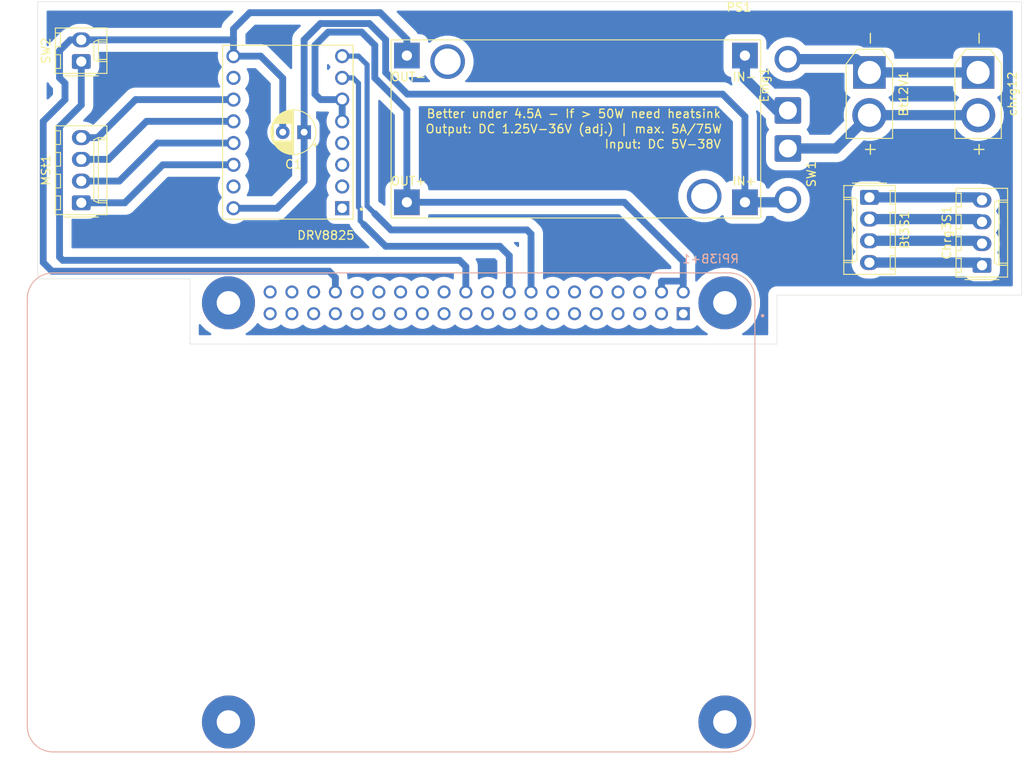
<source format=kicad_pcb>
(kicad_pcb (version 20171130) (host pcbnew "(5.1.12)-1")

  (general
    (thickness 1.6)
    (drawings 11)
    (tracks 105)
    (zones 0)
    (modules 12)
    (nets 51)
  )

  (page A4)
  (layers
    (0 F.Cu signal)
    (31 B.Cu signal)
    (32 B.Adhes user)
    (33 F.Adhes user)
    (34 B.Paste user)
    (35 F.Paste user)
    (36 B.SilkS user)
    (37 F.SilkS user)
    (38 B.Mask user)
    (39 F.Mask user)
    (40 Dwgs.User user)
    (41 Cmts.User user)
    (42 Eco1.User user)
    (43 Eco2.User user)
    (44 Edge.Cuts user)
    (45 Margin user)
    (46 B.CrtYd user)
    (47 F.CrtYd user)
    (48 B.Fab user)
    (49 F.Fab user)
  )

  (setup
    (last_trace_width 0.25)
    (user_trace_width 0.6)
    (user_trace_width 0.8)
    (user_trace_width 1.2)
    (trace_clearance 0.2)
    (zone_clearance 0.508)
    (zone_45_only no)
    (trace_min 0.2)
    (via_size 0.8)
    (via_drill 0.4)
    (via_min_size 0.4)
    (via_min_drill 0.3)
    (uvia_size 0.3)
    (uvia_drill 0.1)
    (uvias_allowed no)
    (uvia_min_size 0.2)
    (uvia_min_drill 0.1)
    (edge_width 0.05)
    (segment_width 0.2)
    (pcb_text_width 0.3)
    (pcb_text_size 1.5 1.5)
    (mod_edge_width 0.12)
    (mod_text_size 1 1)
    (mod_text_width 0.15)
    (pad_size 1.524 1.524)
    (pad_drill 0.762)
    (pad_to_mask_clearance 0)
    (aux_axis_origin 0 0)
    (visible_elements 7FFFFFFF)
    (pcbplotparams
      (layerselection 0x010fc_ffffffff)
      (usegerberextensions false)
      (usegerberattributes true)
      (usegerberadvancedattributes true)
      (creategerberjobfile true)
      (excludeedgelayer true)
      (linewidth 0.100000)
      (plotframeref false)
      (viasonmask false)
      (mode 1)
      (useauxorigin false)
      (hpglpennumber 1)
      (hpglpenspeed 20)
      (hpglpendiameter 15.000000)
      (psnegative false)
      (psa4output false)
      (plotreference true)
      (plotvalue true)
      (plotinvisibletext false)
      (padsonsilk false)
      (subtractmaskfromsilk false)
      (outputformat 1)
      (mirror false)
      (drillshape 1)
      (scaleselection 1)
      (outputdirectory ""))
  )

  (net 0 "")
  (net 1 "Net-(Bt12V1-Pad2)")
  (net 2 "Net-(Bt12V1-Pad1)")
  (net 3 "Net-(Bt3S1-Pad4)")
  (net 4 "Net-(Bt3S1-Pad3)")
  (net 5 "Net-(Bt3S1-Pad2)")
  (net 6 "Net-(Bt3S1-Pad1)")
  (net 7 GND)
  (net 8 12V)
  (net 9 "Net-(DRV8825-Pad10)")
  (net 10 "Net-(DRV8825-Pad11)")
  (net 11 "Net-(DRV8825-Pad12)")
  (net 12 "Net-(DRV8825-Pad15)")
  (net 13 "Net-(DRV8825-Pad14)")
  (net 14 "Net-(DRV8825-Pad1)")
  (net 15 "Net-(DRV8825-Pad2)")
  (net 16 "Net-(DRV8825-Pad3)")
  (net 17 DIR)
  (net 18 STEP)
  (net 19 5V)
  (net 20 "Net-(DRV8825-Pad13)")
  (net 21 "Net-(DRV8825-Pad4)")
  (net 22 "Net-(Emg1-Pad1)")
  (net 23 "Net-(RPi3B+1-Pad40)")
  (net 24 "Net-(RPi3B+1-Pad38)")
  (net 25 "Net-(RPi3B+1-Pad36)")
  (net 26 "Net-(RPi3B+1-Pad32)")
  (net 27 "Net-(RPi3B+1-Pad37)")
  (net 28 "Net-(RPi3B+1-Pad35)")
  (net 29 "Net-(RPi3B+1-Pad33)")
  (net 30 "Net-(RPi3B+1-Pad31)")
  (net 31 "Net-(RPi3B+1-Pad29)")
  (net 32 "Net-(RPi3B+1-Pad28)")
  (net 33 "Net-(RPi3B+1-Pad27)")
  (net 34 "Net-(RPi3B+1-Pad26)")
  (net 35 "Net-(RPi3B+1-Pad24)")
  (net 36 limitSwitch)
  (net 37 "Net-(RPi3B+1-Pad23)")
  (net 38 "Net-(RPi3B+1-Pad21)")
  (net 39 "Net-(RPi3B+1-Pad19)")
  (net 40 "Net-(RPi3B+1-Pad1)")
  (net 41 "Net-(RPi3B+1-Pad15)")
  (net 42 "Net-(RPi3B+1-Pad13)")
  (net 43 "Net-(RPi3B+1-Pad12)")
  (net 44 "Net-(RPi3B+1-Pad10)")
  (net 45 "Net-(RPi3B+1-Pad8)")
  (net 46 "Net-(RPi3B+1-Pad11)")
  (net 47 "Net-(RPi3B+1-Pad7)")
  (net 48 "Net-(RPi3B+1-Pad5)")
  (net 49 "Net-(RPi3B+1-Pad3)")
  (net 50 "Net-(RPi3B+1-PadS1)")

  (net_class Default "This is the default net class."
    (clearance 0.2)
    (trace_width 0.25)
    (via_dia 0.8)
    (via_drill 0.4)
    (uvia_dia 0.3)
    (uvia_drill 0.1)
    (add_net 12V)
    (add_net 5V)
    (add_net DIR)
    (add_net GND)
    (add_net "Net-(Bt12V1-Pad1)")
    (add_net "Net-(Bt12V1-Pad2)")
    (add_net "Net-(Bt3S1-Pad1)")
    (add_net "Net-(Bt3S1-Pad2)")
    (add_net "Net-(Bt3S1-Pad3)")
    (add_net "Net-(Bt3S1-Pad4)")
    (add_net "Net-(DRV8825-Pad1)")
    (add_net "Net-(DRV8825-Pad10)")
    (add_net "Net-(DRV8825-Pad11)")
    (add_net "Net-(DRV8825-Pad12)")
    (add_net "Net-(DRV8825-Pad13)")
    (add_net "Net-(DRV8825-Pad14)")
    (add_net "Net-(DRV8825-Pad15)")
    (add_net "Net-(DRV8825-Pad2)")
    (add_net "Net-(DRV8825-Pad3)")
    (add_net "Net-(DRV8825-Pad4)")
    (add_net "Net-(Emg1-Pad1)")
    (add_net "Net-(RPi3B+1-Pad1)")
    (add_net "Net-(RPi3B+1-Pad10)")
    (add_net "Net-(RPi3B+1-Pad11)")
    (add_net "Net-(RPi3B+1-Pad12)")
    (add_net "Net-(RPi3B+1-Pad13)")
    (add_net "Net-(RPi3B+1-Pad15)")
    (add_net "Net-(RPi3B+1-Pad19)")
    (add_net "Net-(RPi3B+1-Pad21)")
    (add_net "Net-(RPi3B+1-Pad23)")
    (add_net "Net-(RPi3B+1-Pad24)")
    (add_net "Net-(RPi3B+1-Pad26)")
    (add_net "Net-(RPi3B+1-Pad27)")
    (add_net "Net-(RPi3B+1-Pad28)")
    (add_net "Net-(RPi3B+1-Pad29)")
    (add_net "Net-(RPi3B+1-Pad3)")
    (add_net "Net-(RPi3B+1-Pad31)")
    (add_net "Net-(RPi3B+1-Pad32)")
    (add_net "Net-(RPi3B+1-Pad33)")
    (add_net "Net-(RPi3B+1-Pad35)")
    (add_net "Net-(RPi3B+1-Pad36)")
    (add_net "Net-(RPi3B+1-Pad37)")
    (add_net "Net-(RPi3B+1-Pad38)")
    (add_net "Net-(RPi3B+1-Pad40)")
    (add_net "Net-(RPi3B+1-Pad5)")
    (add_net "Net-(RPi3B+1-Pad7)")
    (add_net "Net-(RPi3B+1-Pad8)")
    (add_net "Net-(RPi3B+1-PadS1)")
    (add_net STEP)
    (add_net limitSwitch)
  )

  (module Connector_Molex:Molex_KK-254_AE-6410-02A_1x02_P2.54mm_Vertical (layer F.Cu) (tedit 5EA53D3B) (tstamp 637C9829)
    (at 81.28 73.66 90)
    (descr "Molex KK-254 Interconnect System, old/engineering part number: AE-6410-02A example for new part number: 22-27-2021, 2 Pins (http://www.molex.com/pdm_docs/sd/022272021_sd.pdf), generated with kicad-footprint-generator")
    (tags "connector Molex KK-254 vertical")
    (path /637C493D)
    (fp_text reference SW2 (at 1.27 -4.12 90) (layer F.SilkS)
      (effects (font (size 1 1) (thickness 0.15)))
    )
    (fp_text value LimitSwitch (at 1.27 4.08 90) (layer F.Fab)
      (effects (font (size 1 1) (thickness 0.15)))
    )
    (fp_line (start 4.31 -3.42) (end -1.77 -3.42) (layer F.CrtYd) (width 0.05))
    (fp_line (start 4.31 3.38) (end 4.31 -3.42) (layer F.CrtYd) (width 0.05))
    (fp_line (start -1.77 3.38) (end 4.31 3.38) (layer F.CrtYd) (width 0.05))
    (fp_line (start -1.77 -3.42) (end -1.77 3.38) (layer F.CrtYd) (width 0.05))
    (fp_line (start 3.34 -2.43) (end 3.34 -3.03) (layer F.SilkS) (width 0.12))
    (fp_line (start 1.74 -2.43) (end 3.34 -2.43) (layer F.SilkS) (width 0.12))
    (fp_line (start 1.74 -3.03) (end 1.74 -2.43) (layer F.SilkS) (width 0.12))
    (fp_line (start 0.8 -2.43) (end 0.8 -3.03) (layer F.SilkS) (width 0.12))
    (fp_line (start -0.8 -2.43) (end 0.8 -2.43) (layer F.SilkS) (width 0.12))
    (fp_line (start -0.8 -3.03) (end -0.8 -2.43) (layer F.SilkS) (width 0.12))
    (fp_line (start 2.29 2.99) (end 2.29 1.99) (layer F.SilkS) (width 0.12))
    (fp_line (start 0.25 2.99) (end 0.25 1.99) (layer F.SilkS) (width 0.12))
    (fp_line (start 2.29 1.46) (end 2.54 1.99) (layer F.SilkS) (width 0.12))
    (fp_line (start 0.25 1.46) (end 2.29 1.46) (layer F.SilkS) (width 0.12))
    (fp_line (start 0 1.99) (end 0.25 1.46) (layer F.SilkS) (width 0.12))
    (fp_line (start 2.54 1.99) (end 2.54 2.99) (layer F.SilkS) (width 0.12))
    (fp_line (start 0 1.99) (end 2.54 1.99) (layer F.SilkS) (width 0.12))
    (fp_line (start 0 2.99) (end 0 1.99) (layer F.SilkS) (width 0.12))
    (fp_line (start -0.562893 0) (end -1.27 0.5) (layer F.Fab) (width 0.1))
    (fp_line (start -1.27 -0.5) (end -0.562893 0) (layer F.Fab) (width 0.1))
    (fp_line (start -1.67 -2) (end -1.67 2) (layer F.SilkS) (width 0.12))
    (fp_line (start 3.92 -3.03) (end -1.38 -3.03) (layer F.SilkS) (width 0.12))
    (fp_line (start 3.92 2.99) (end 3.92 -3.03) (layer F.SilkS) (width 0.12))
    (fp_line (start -1.38 2.99) (end 3.92 2.99) (layer F.SilkS) (width 0.12))
    (fp_line (start -1.38 -3.03) (end -1.38 2.99) (layer F.SilkS) (width 0.12))
    (fp_line (start 3.81 -2.92) (end -1.27 -2.92) (layer F.Fab) (width 0.1))
    (fp_line (start 3.81 2.88) (end 3.81 -2.92) (layer F.Fab) (width 0.1))
    (fp_line (start -1.27 2.88) (end 3.81 2.88) (layer F.Fab) (width 0.1))
    (fp_line (start -1.27 -2.92) (end -1.27 2.88) (layer F.Fab) (width 0.1))
    (fp_text user %R (at 1.27 -2.22 90) (layer F.Fab)
      (effects (font (size 1 1) (thickness 0.15)))
    )
    (pad 2 thru_hole oval (at 2.54 0 90) (size 1.74 2.19) (drill 1.19) (layers *.Cu *.Mask)
      (net 7 GND))
    (pad 1 thru_hole roundrect (at 0 0 90) (size 1.74 2.19) (drill 1.19) (layers *.Cu *.Mask) (roundrect_rratio 0.143678)
      (net 36 limitSwitch))
    (model ${KISYS3DMOD}/Connector_Molex.3dshapes/Molex_KK-254_AE-6410-02A_1x02_P2.54mm_Vertical.wrl
      (at (xyz 0 0 0))
      (scale (xyz 1 1 1))
      (rotate (xyz 0 0 0))
    )
  )

  (module Connector_Wire:SolderWire-1.5sqmm_1x02_P6mm_D1.7mm_OD3mm (layer F.Cu) (tedit 5EB70B43) (tstamp 637C9805)
    (at 163.83 83.82 270)
    (descr "Soldered wire connection, for 2 times 1.5 mm² wires, basic insulation, conductor diameter 1.7mm, outer diameter 3mm, size source Multi-Contact FLEXI-E 1.5 (https://ec.staubli.com/AcroFiles/Catalogues/TM_Cab-Main-11014119_(en)_hi.pdf), bend radius 3 times outer diameter, generated with kicad-footprint-generator")
    (tags "connector wire 1.5sqmm")
    (path /637DCEF0)
    (attr virtual)
    (fp_text reference SW1 (at 3 -2.75 90) (layer F.SilkS)
      (effects (font (size 1 1) (thickness 0.15)))
    )
    (fp_text value Switch1 (at 3 2.75 90) (layer F.Fab)
      (effects (font (size 1 1) (thickness 0.15)))
    )
    (fp_line (start 8.25 -2.05) (end 3.75 -2.05) (layer F.CrtYd) (width 0.05))
    (fp_line (start 8.25 2.05) (end 8.25 -2.05) (layer F.CrtYd) (width 0.05))
    (fp_line (start 3.75 2.05) (end 8.25 2.05) (layer F.CrtYd) (width 0.05))
    (fp_line (start 3.75 -2.05) (end 3.75 2.05) (layer F.CrtYd) (width 0.05))
    (fp_line (start 2.25 -2.05) (end -2.25 -2.05) (layer F.CrtYd) (width 0.05))
    (fp_line (start 2.25 2.05) (end 2.25 -2.05) (layer F.CrtYd) (width 0.05))
    (fp_line (start -2.25 2.05) (end 2.25 2.05) (layer F.CrtYd) (width 0.05))
    (fp_line (start -2.25 -2.05) (end -2.25 2.05) (layer F.CrtYd) (width 0.05))
    (fp_circle (center 6 0) (end 7.5 0) (layer F.Fab) (width 0.1))
    (fp_circle (center 0 0) (end 1.5 0) (layer F.Fab) (width 0.1))
    (fp_text user %R (at 3 0) (layer F.Fab)
      (effects (font (size 1 1) (thickness 0.15)))
    )
    (pad 2 thru_hole circle (at 6 0 270) (size 3.1 3.1) (drill 2.1) (layers *.Cu *.Mask)
      (net 8 12V))
    (pad 1 thru_hole roundrect (at 0 0 270) (size 3.1 3.1) (drill 2.1) (layers *.Cu *.Mask) (roundrect_rratio 0.08064499999999999)
      (net 1 "Net-(Bt12V1-Pad2)"))
    (model ${KISYS3DMOD}/Connector_Wire.3dshapes/SolderWire-1.5sqmm_1x02_P6mm_D1.7mm_OD3mm.wrl
      (at (xyz 0 0 0))
      (scale (xyz 1 1 1))
      (rotate (xyz 0 0 0))
    )
  )

  (module DRV8825:MODULE_RASPBERRY_PI_3_MODEL_B+ (layer B.Cu) (tedit 637C10D7) (tstamp 637C97F4)
    (at 117.475 126.365 180)
    (path /637C14DC)
    (fp_text reference RPi3B+1 (at -37.325 29.635) (layer B.SilkS)
      (effects (font (size 1 1) (thickness 0.15)) (justify mirror))
    )
    (fp_text value RASPBERRY_PI_3_MODEL_B+ (at -21.65 -29.965) (layer B.Fab)
      (effects (font (size 1 1) (thickness 0.15)) (justify mirror))
    )
    (fp_line (start 39.5 28) (end -39.5 28) (layer B.Fab) (width 0.127))
    (fp_line (start 42.5 -25) (end 42.5 25) (layer B.Fab) (width 0.127))
    (fp_line (start -39.5 -28) (end 39.5 -28) (layer B.Fab) (width 0.127))
    (fp_line (start -42.5 25) (end -42.5 -25) (layer B.Fab) (width 0.127))
    (fp_circle (center -43.4 23) (end -43.3 23) (layer B.Fab) (width 0.2))
    (fp_circle (center -43.4 23) (end -43.3 23) (layer B.SilkS) (width 0.2))
    (fp_line (start 45.25 -30.75) (end -42.75 -30.75) (layer B.CrtYd) (width 0.05))
    (fp_line (start 45.25 28.25) (end 45.25 -30.75) (layer B.CrtYd) (width 0.05))
    (fp_line (start -42.75 28.25) (end 45.25 28.25) (layer B.CrtYd) (width 0.05))
    (fp_line (start -42.75 -30.75) (end -42.75 28.25) (layer B.CrtYd) (width 0.05))
    (fp_line (start 23.5 25.5) (end 23.5 -25.5) (layer B.Fab) (width 0.127))
    (fp_line (start 45 25.5) (end 23.5 25.5) (layer B.Fab) (width 0.127))
    (fp_line (start 45 -25.5) (end 45 25.5) (layer B.Fab) (width 0.127))
    (fp_line (start 23.5 -25.5) (end 45 -25.5) (layer B.Fab) (width 0.127))
    (fp_line (start 39.5 28) (end -39.5 28) (layer B.SilkS) (width 0.127))
    (fp_line (start 42.5 -25) (end 42.5 25) (layer B.SilkS) (width 0.127))
    (fp_line (start -39.5 -28) (end 39.5 -28) (layer B.SilkS) (width 0.127))
    (fp_line (start -42.5 25) (end -42.5 -25) (layer B.SilkS) (width 0.127))
    (fp_arc (start -39.5 25) (end -42.5 25) (angle -90) (layer B.Fab) (width 0.127))
    (fp_arc (start 39.5 25) (end 39.5 28) (angle -90) (layer B.Fab) (width 0.127))
    (fp_arc (start 39.5 -25) (end 42.5 -25) (angle -90) (layer B.Fab) (width 0.127))
    (fp_arc (start -39.5 -25) (end -39.5 -28) (angle -90) (layer B.Fab) (width 0.127))
    (fp_arc (start -39.5 25) (end -42.5 25) (angle -90) (layer B.SilkS) (width 0.127))
    (fp_arc (start 39.5 25) (end 39.5 28) (angle -90) (layer B.SilkS) (width 0.127))
    (fp_arc (start 39.5 -25) (end 42.5 -25) (angle -90) (layer B.SilkS) (width 0.127))
    (fp_arc (start -39.5 -25) (end -39.5 -28) (angle -90) (layer B.SilkS) (width 0.127))
    (pad 40 thru_hole circle (at 14.13 25.77 180) (size 1.524 1.524) (drill 1.016) (layers *.Cu *.Mask)
      (net 23 "Net-(RPi3B+1-Pad40)"))
    (pad 38 thru_hole circle (at 11.59 25.77 180) (size 1.524 1.524) (drill 1.016) (layers *.Cu *.Mask)
      (net 24 "Net-(RPi3B+1-Pad38)"))
    (pad 36 thru_hole circle (at 9.05 25.77 180) (size 1.524 1.524) (drill 1.016) (layers *.Cu *.Mask)
      (net 25 "Net-(RPi3B+1-Pad36)"))
    (pad 34 thru_hole circle (at 6.51 25.77 180) (size 1.524 1.524) (drill 1.016) (layers *.Cu *.Mask)
      (net 7 GND))
    (pad 32 thru_hole circle (at 3.97 25.77 180) (size 1.524 1.524) (drill 1.016) (layers *.Cu *.Mask)
      (net 26 "Net-(RPi3B+1-Pad32)"))
    (pad 30 thru_hole circle (at 1.43 25.77 180) (size 1.524 1.524) (drill 1.016) (layers *.Cu *.Mask)
      (net 7 GND))
    (pad 39 thru_hole circle (at 14.13 23.23 180) (size 1.524 1.524) (drill 1.016) (layers *.Cu *.Mask)
      (net 7 GND))
    (pad 37 thru_hole circle (at 11.59 23.23 180) (size 1.524 1.524) (drill 1.016) (layers *.Cu *.Mask)
      (net 27 "Net-(RPi3B+1-Pad37)"))
    (pad 35 thru_hole circle (at 9.05 23.23 180) (size 1.524 1.524) (drill 1.016) (layers *.Cu *.Mask)
      (net 28 "Net-(RPi3B+1-Pad35)"))
    (pad 33 thru_hole circle (at 6.51 23.23 180) (size 1.524 1.524) (drill 1.016) (layers *.Cu *.Mask)
      (net 29 "Net-(RPi3B+1-Pad33)"))
    (pad 31 thru_hole circle (at 3.97 23.23 180) (size 1.524 1.524) (drill 1.016) (layers *.Cu *.Mask)
      (net 30 "Net-(RPi3B+1-Pad31)"))
    (pad 29 thru_hole circle (at 1.43 23.23 180) (size 1.524 1.524) (drill 1.016) (layers *.Cu *.Mask)
      (net 31 "Net-(RPi3B+1-Pad29)"))
    (pad 28 thru_hole circle (at -1.11 25.77 180) (size 1.524 1.524) (drill 1.016) (layers *.Cu *.Mask)
      (net 32 "Net-(RPi3B+1-Pad28)"))
    (pad 27 thru_hole circle (at -1.11 23.23 180) (size 1.524 1.524) (drill 1.016) (layers *.Cu *.Mask)
      (net 33 "Net-(RPi3B+1-Pad27)"))
    (pad 26 thru_hole circle (at -3.65 25.77 180) (size 1.524 1.524) (drill 1.016) (layers *.Cu *.Mask)
      (net 34 "Net-(RPi3B+1-Pad26)"))
    (pad 24 thru_hole circle (at -6.19 25.77 180) (size 1.524 1.524) (drill 1.016) (layers *.Cu *.Mask)
      (net 35 "Net-(RPi3B+1-Pad24)"))
    (pad 22 thru_hole circle (at -8.73 25.77 180) (size 1.524 1.524) (drill 1.016) (layers *.Cu *.Mask)
      (net 36 limitSwitch))
    (pad 20 thru_hole circle (at -11.27 25.77 180) (size 1.524 1.524) (drill 1.016) (layers *.Cu *.Mask)
      (net 7 GND))
    (pad 18 thru_hole circle (at -13.81 25.77 180) (size 1.524 1.524) (drill 1.016) (layers *.Cu *.Mask)
      (net 17 DIR))
    (pad 16 thru_hole circle (at -16.35 25.77 180) (size 1.524 1.524) (drill 1.016) (layers *.Cu *.Mask)
      (net 18 STEP))
    (pad 25 thru_hole circle (at -3.65 23.23 180) (size 1.524 1.524) (drill 1.016) (layers *.Cu *.Mask)
      (net 7 GND))
    (pad 23 thru_hole circle (at -6.19 23.23 180) (size 1.524 1.524) (drill 1.016) (layers *.Cu *.Mask)
      (net 37 "Net-(RPi3B+1-Pad23)"))
    (pad 21 thru_hole circle (at -8.73 23.23 180) (size 1.524 1.524) (drill 1.016) (layers *.Cu *.Mask)
      (net 38 "Net-(RPi3B+1-Pad21)"))
    (pad 19 thru_hole circle (at -11.27 23.23 180) (size 1.524 1.524) (drill 1.016) (layers *.Cu *.Mask)
      (net 39 "Net-(RPi3B+1-Pad19)"))
    (pad 17 thru_hole circle (at -13.81 23.23 180) (size 1.524 1.524) (drill 1.016) (layers *.Cu *.Mask)
      (net 40 "Net-(RPi3B+1-Pad1)"))
    (pad 15 thru_hole circle (at -16.35 23.23 180) (size 1.524 1.524) (drill 1.016) (layers *.Cu *.Mask)
      (net 41 "Net-(RPi3B+1-Pad15)"))
    (pad 14 thru_hole circle (at -18.89 25.77 180) (size 1.524 1.524) (drill 1.016) (layers *.Cu *.Mask)
      (net 7 GND))
    (pad 13 thru_hole circle (at -18.89 23.23 180) (size 1.524 1.524) (drill 1.016) (layers *.Cu *.Mask)
      (net 42 "Net-(RPi3B+1-Pad13)"))
    (pad 12 thru_hole circle (at -21.43 25.77 180) (size 1.524 1.524) (drill 1.016) (layers *.Cu *.Mask)
      (net 43 "Net-(RPi3B+1-Pad12)"))
    (pad 10 thru_hole circle (at -23.97 25.77 180) (size 1.524 1.524) (drill 1.016) (layers *.Cu *.Mask)
      (net 44 "Net-(RPi3B+1-Pad10)"))
    (pad 8 thru_hole circle (at -26.51 25.77 180) (size 1.524 1.524) (drill 1.016) (layers *.Cu *.Mask)
      (net 45 "Net-(RPi3B+1-Pad8)"))
    (pad 6 thru_hole circle (at -29.05 25.77 180) (size 1.524 1.524) (drill 1.016) (layers *.Cu *.Mask)
      (net 7 GND))
    (pad 4 thru_hole circle (at -31.59 25.77 180) (size 1.524 1.524) (drill 1.016) (layers *.Cu *.Mask)
      (net 19 5V))
    (pad 2 thru_hole circle (at -34.13 25.77 180) (size 1.524 1.524) (drill 1.016) (layers *.Cu *.Mask)
      (net 19 5V))
    (pad 11 thru_hole circle (at -21.43 23.23 180) (size 1.524 1.524) (drill 1.016) (layers *.Cu *.Mask)
      (net 46 "Net-(RPi3B+1-Pad11)"))
    (pad 9 thru_hole circle (at -23.97 23.23 180) (size 1.524 1.524) (drill 1.016) (layers *.Cu *.Mask)
      (net 7 GND))
    (pad 7 thru_hole circle (at -26.51 23.23 180) (size 1.524 1.524) (drill 1.016) (layers *.Cu *.Mask)
      (net 47 "Net-(RPi3B+1-Pad7)"))
    (pad 5 thru_hole circle (at -29.05 23.23 180) (size 1.524 1.524) (drill 1.016) (layers *.Cu *.Mask)
      (net 48 "Net-(RPi3B+1-Pad5)"))
    (pad 3 thru_hole circle (at -31.59 23.23 180) (size 1.524 1.524) (drill 1.016) (layers *.Cu *.Mask)
      (net 49 "Net-(RPi3B+1-Pad3)"))
    (pad 1 thru_hole rect (at -34.13 23.23 180) (size 1.524 1.524) (drill 1.016) (layers *.Cu *.Mask)
      (net 40 "Net-(RPi3B+1-Pad1)"))
    (pad S1 thru_hole circle (at -39 24.5 180) (size 6.2 6.2) (drill 2.75) (layers *.Cu *.Mask)
      (net 50 "Net-(RPi3B+1-PadS1)"))
    (pad S2 thru_hole circle (at 19 24.5 180) (size 6.2 6.2) (drill 2.75) (layers *.Cu *.Mask)
      (net 50 "Net-(RPi3B+1-PadS1)"))
    (pad S3 thru_hole circle (at 19 -24.5 180) (size 6.2 6.2) (drill 2.75) (layers *.Cu *.Mask)
      (net 50 "Net-(RPi3B+1-PadS1)"))
    (pad S4 thru_hole circle (at -39 -24.5 180) (size 6.2 6.2) (drill 2.75) (layers *.Cu *.Mask)
      (net 50 "Net-(RPi3B+1-PadS1)"))
  )

  (module XL4005:XL4005_DC-DC (layer F.Cu) (tedit 5CEE5149) (tstamp 637C97AA)
    (at 160.655 71.12 180)
    (path /637CB003)
    (fp_text reference PS1 (at 2.54 3.81) (layer F.SilkS)
      (effects (font (size 1 1) (thickness 0.15)))
    )
    (fp_text value XL4005_DC-DC (at 6.35 1.27) (layer F.Fab)
      (effects (font (size 1 1) (thickness 0.15)))
    )
    (fp_line (start 0 0) (end 0 -20.828) (layer F.SilkS) (width 0.12))
    (fp_line (start 0 -20.828) (end 43.18 -20.828) (layer F.SilkS) (width 0.12))
    (fp_line (start 43.18 -20.828) (end 43.18 0) (layer F.SilkS) (width 0.12))
    (fp_line (start 43.18 0) (end 0 0) (layer F.SilkS) (width 0.12))
    (fp_text user IN+ (at 1.905 -16.51) (layer F.SilkS)
      (effects (font (size 1 1) (thickness 0.15)))
    )
    (fp_text user IN- (at 1.905 -4.318) (layer F.SilkS)
      (effects (font (size 1 1) (thickness 0.15)))
    )
    (fp_text user OUT+ (at 41.148 -16.51) (layer F.SilkS)
      (effects (font (size 1 1) (thickness 0.15)))
    )
    (fp_text user OUT- (at 41.148 -4.318) (layer F.SilkS)
      (effects (font (size 1 1) (thickness 0.15)))
    )
    (fp_text user "Input: DC 5V-38V" (at 11.43 -12.192) (layer F.SilkS)
      (effects (font (size 1 1) (thickness 0.15)))
    )
    (fp_text user "Output: DC 1.25V-36V (adj.) | max. 5A/75W" (at 21.844 -10.414) (layer F.SilkS)
      (effects (font (size 1 1) (thickness 0.15)))
    )
    (fp_text user "Better under 4.5A - If > 50W need heatsink" (at 21.844 -8.636) (layer F.SilkS)
      (effects (font (size 1 1) (thickness 0.15)))
    )
    (pad "" thru_hole circle (at 6.604 -18.288 180) (size 4.048 4.048) (drill 3.048) (layers *.Cu *.Mask))
    (pad "" thru_hole circle (at 36.576 -2.54 180) (size 4.048 4.048) (drill 3.048) (layers *.Cu *.Mask))
    (pad 2 thru_hole rect (at 1.8415 -1.8415 180) (size 3 3) (drill 1.2) (layers *.Cu *.Mask)
      (net 22 "Net-(Emg1-Pad1)"))
    (pad 1 thru_hole rect (at 1.8415 -18.9865 180) (size 3 3) (drill 1.2) (layers *.Cu *.Mask)
      (net 8 12V))
    (pad 3 thru_hole rect (at 41.3385 -18.9865 180) (size 3 3) (drill 1.2) (layers *.Cu *.Mask)
      (net 19 5V))
    (pad 4 thru_hole rect (at 41.3385 -1.8415 180) (size 3 3) (drill 1.2) (layers *.Cu *.Mask)
      (net 7 GND))
  )

  (module Connector_Molex:Molex_KK-254_AE-6410-04A_1x04_P2.54mm_Vertical (layer F.Cu) (tedit 5EA53D3B) (tstamp 637C9795)
    (at 81.28 90.17 90)
    (descr "Molex KK-254 Interconnect System, old/engineering part number: AE-6410-04A example for new part number: 22-27-2041, 4 Pins (http://www.molex.com/pdm_docs/sd/022272021_sd.pdf), generated with kicad-footprint-generator")
    (tags "connector Molex KK-254 vertical")
    (path /637C624E)
    (fp_text reference MSt1 (at 3.81 -4.12 90) (layer F.SilkS)
      (effects (font (size 1 1) (thickness 0.15)))
    )
    (fp_text value MotorStepper (at 3.81 4.08 90) (layer F.Fab)
      (effects (font (size 1 1) (thickness 0.15)))
    )
    (fp_line (start 9.39 -3.42) (end -1.77 -3.42) (layer F.CrtYd) (width 0.05))
    (fp_line (start 9.39 3.38) (end 9.39 -3.42) (layer F.CrtYd) (width 0.05))
    (fp_line (start -1.77 3.38) (end 9.39 3.38) (layer F.CrtYd) (width 0.05))
    (fp_line (start -1.77 -3.42) (end -1.77 3.38) (layer F.CrtYd) (width 0.05))
    (fp_line (start 8.42 -2.43) (end 8.42 -3.03) (layer F.SilkS) (width 0.12))
    (fp_line (start 6.82 -2.43) (end 8.42 -2.43) (layer F.SilkS) (width 0.12))
    (fp_line (start 6.82 -3.03) (end 6.82 -2.43) (layer F.SilkS) (width 0.12))
    (fp_line (start 5.88 -2.43) (end 5.88 -3.03) (layer F.SilkS) (width 0.12))
    (fp_line (start 4.28 -2.43) (end 5.88 -2.43) (layer F.SilkS) (width 0.12))
    (fp_line (start 4.28 -3.03) (end 4.28 -2.43) (layer F.SilkS) (width 0.12))
    (fp_line (start 3.34 -2.43) (end 3.34 -3.03) (layer F.SilkS) (width 0.12))
    (fp_line (start 1.74 -2.43) (end 3.34 -2.43) (layer F.SilkS) (width 0.12))
    (fp_line (start 1.74 -3.03) (end 1.74 -2.43) (layer F.SilkS) (width 0.12))
    (fp_line (start 0.8 -2.43) (end 0.8 -3.03) (layer F.SilkS) (width 0.12))
    (fp_line (start -0.8 -2.43) (end 0.8 -2.43) (layer F.SilkS) (width 0.12))
    (fp_line (start -0.8 -3.03) (end -0.8 -2.43) (layer F.SilkS) (width 0.12))
    (fp_line (start 7.37 2.99) (end 7.37 1.99) (layer F.SilkS) (width 0.12))
    (fp_line (start 0.25 2.99) (end 0.25 1.99) (layer F.SilkS) (width 0.12))
    (fp_line (start 7.37 1.46) (end 7.62 1.99) (layer F.SilkS) (width 0.12))
    (fp_line (start 0.25 1.46) (end 7.37 1.46) (layer F.SilkS) (width 0.12))
    (fp_line (start 0 1.99) (end 0.25 1.46) (layer F.SilkS) (width 0.12))
    (fp_line (start 7.62 1.99) (end 7.62 2.99) (layer F.SilkS) (width 0.12))
    (fp_line (start 0 1.99) (end 7.62 1.99) (layer F.SilkS) (width 0.12))
    (fp_line (start 0 2.99) (end 0 1.99) (layer F.SilkS) (width 0.12))
    (fp_line (start -0.562893 0) (end -1.27 0.5) (layer F.Fab) (width 0.1))
    (fp_line (start -1.27 -0.5) (end -0.562893 0) (layer F.Fab) (width 0.1))
    (fp_line (start -1.67 -2) (end -1.67 2) (layer F.SilkS) (width 0.12))
    (fp_line (start 9 -3.03) (end -1.38 -3.03) (layer F.SilkS) (width 0.12))
    (fp_line (start 9 2.99) (end 9 -3.03) (layer F.SilkS) (width 0.12))
    (fp_line (start -1.38 2.99) (end 9 2.99) (layer F.SilkS) (width 0.12))
    (fp_line (start -1.38 -3.03) (end -1.38 2.99) (layer F.SilkS) (width 0.12))
    (fp_line (start 8.89 -2.92) (end -1.27 -2.92) (layer F.Fab) (width 0.1))
    (fp_line (start 8.89 2.88) (end 8.89 -2.92) (layer F.Fab) (width 0.1))
    (fp_line (start -1.27 2.88) (end 8.89 2.88) (layer F.Fab) (width 0.1))
    (fp_line (start -1.27 -2.92) (end -1.27 2.88) (layer F.Fab) (width 0.1))
    (fp_text user %R (at 3.81 -2.22 90) (layer F.Fab)
      (effects (font (size 1 1) (thickness 0.15)))
    )
    (pad 4 thru_hole oval (at 7.62 0 90) (size 1.74 2.19) (drill 1.19) (layers *.Cu *.Mask)
      (net 10 "Net-(DRV8825-Pad11)"))
    (pad 3 thru_hole oval (at 5.08 0 90) (size 1.74 2.19) (drill 1.19) (layers *.Cu *.Mask)
      (net 11 "Net-(DRV8825-Pad12)"))
    (pad 2 thru_hole oval (at 2.54 0 90) (size 1.74 2.19) (drill 1.19) (layers *.Cu *.Mask)
      (net 20 "Net-(DRV8825-Pad13)"))
    (pad 1 thru_hole roundrect (at 0 0 90) (size 1.74 2.19) (drill 1.19) (layers *.Cu *.Mask) (roundrect_rratio 0.143678)
      (net 13 "Net-(DRV8825-Pad14)"))
    (model ${KISYS3DMOD}/Connector_Molex.3dshapes/Molex_KK-254_AE-6410-04A_1x04_P2.54mm_Vertical.wrl
      (at (xyz 0 0 0))
      (scale (xyz 1 1 1))
      (rotate (xyz 0 0 0))
    )
  )

  (module Connector_Wire:SolderWire-1.5sqmm_1x02_P6mm_D1.7mm_OD3mm (layer F.Cu) (tedit 5EB70B43) (tstamp 637C9769)
    (at 163.83 79.375 90)
    (descr "Soldered wire connection, for 2 times 1.5 mm² wires, basic insulation, conductor diameter 1.7mm, outer diameter 3mm, size source Multi-Contact FLEXI-E 1.5 (https://ec.staubli.com/AcroFiles/Catalogues/TM_Cab-Main-11014119_(en)_hi.pdf), bend radius 3 times outer diameter, generated with kicad-footprint-generator")
    (tags "connector wire 1.5sqmm")
    (path /637D3423)
    (attr virtual)
    (fp_text reference Emg1 (at 3 -2.75 90) (layer F.SilkS)
      (effects (font (size 1 1) (thickness 0.15)))
    )
    (fp_text value Emergency (at 3 2.75 90) (layer F.Fab)
      (effects (font (size 1 1) (thickness 0.15)))
    )
    (fp_line (start 8.25 -2.05) (end 3.75 -2.05) (layer F.CrtYd) (width 0.05))
    (fp_line (start 8.25 2.05) (end 8.25 -2.05) (layer F.CrtYd) (width 0.05))
    (fp_line (start 3.75 2.05) (end 8.25 2.05) (layer F.CrtYd) (width 0.05))
    (fp_line (start 3.75 -2.05) (end 3.75 2.05) (layer F.CrtYd) (width 0.05))
    (fp_line (start 2.25 -2.05) (end -2.25 -2.05) (layer F.CrtYd) (width 0.05))
    (fp_line (start 2.25 2.05) (end 2.25 -2.05) (layer F.CrtYd) (width 0.05))
    (fp_line (start -2.25 2.05) (end 2.25 2.05) (layer F.CrtYd) (width 0.05))
    (fp_line (start -2.25 -2.05) (end -2.25 2.05) (layer F.CrtYd) (width 0.05))
    (fp_circle (center 6 0) (end 7.5 0) (layer F.Fab) (width 0.1))
    (fp_circle (center 0 0) (end 1.5 0) (layer F.Fab) (width 0.1))
    (fp_text user %R (at 3 0) (layer F.Fab)
      (effects (font (size 1 1) (thickness 0.15)))
    )
    (pad 2 thru_hole circle (at 6 0 90) (size 3.1 3.1) (drill 2.1) (layers *.Cu *.Mask)
      (net 2 "Net-(Bt12V1-Pad1)"))
    (pad 1 thru_hole roundrect (at 0 0 90) (size 3.1 3.1) (drill 2.1) (layers *.Cu *.Mask) (roundrect_rratio 0.08064499999999999)
      (net 22 "Net-(Emg1-Pad1)"))
    (model ${KISYS3DMOD}/Connector_Wire.3dshapes/SolderWire-1.5sqmm_1x02_P6mm_D1.7mm_OD3mm.wrl
      (at (xyz 0 0 0))
      (scale (xyz 1 1 1))
      (rotate (xyz 0 0 0))
    )
  )

  (module DRV8825:IC_DRV8825_STEPPER_MOTOR_DRIVER_CARRIER (layer F.Cu) (tedit 637C11BA) (tstamp 637C9758)
    (at 105.41 81.915 180)
    (path /637C5347)
    (fp_text reference DRV8825 (at -4.445 -12.065) (layer F.SilkS)
      (effects (font (size 1 1) (thickness 0.15)))
    )
    (fp_text value DRV8825_STEPPER_MOTOR_DRIVER_CARRIER (at 17.145 12.065) (layer F.Fab)
      (effects (font (size 1 1) (thickness 0.15)))
    )
    (fp_circle (center -8.6 -9) (end -8.5 -9) (layer F.Fab) (width 0.2))
    (fp_circle (center -8.6 -9) (end -8.5 -9) (layer F.SilkS) (width 0.2))
    (fp_line (start -7.87 10.41) (end -7.87 -10.41) (layer F.CrtYd) (width 0.05))
    (fp_line (start 7.87 10.41) (end -7.87 10.41) (layer F.CrtYd) (width 0.05))
    (fp_line (start 7.87 -10.41) (end 7.87 10.41) (layer F.CrtYd) (width 0.05))
    (fp_line (start -7.87 -10.41) (end 7.87 -10.41) (layer F.CrtYd) (width 0.05))
    (fp_line (start 7.62 10.16) (end -7.62 10.16) (layer F.SilkS) (width 0.127))
    (fp_line (start 7.62 -10.16) (end 7.62 10.16) (layer F.SilkS) (width 0.127))
    (fp_line (start -7.62 10.16) (end -7.62 -10.16) (layer F.SilkS) (width 0.127))
    (fp_line (start -7.62 -10.16) (end 7.62 -10.16) (layer F.SilkS) (width 0.127))
    (fp_line (start -7.62 10.16) (end -7.62 -10.16) (layer F.Fab) (width 0.127))
    (fp_line (start 7.62 10.16) (end -7.62 10.16) (layer F.Fab) (width 0.127))
    (fp_line (start 7.62 -10.16) (end 7.62 10.16) (layer F.Fab) (width 0.127))
    (fp_line (start -7.62 -10.16) (end 7.62 -10.16) (layer F.Fab) (width 0.127))
    (pad 9 thru_hole circle (at 6.35 8.89 180) (size 1.65 1.65) (drill 1.1) (layers *.Cu *.Mask)
      (net 7 GND))
    (pad 10 thru_hole circle (at 6.35 6.35 180) (size 1.65 1.65) (drill 1.1) (layers *.Cu *.Mask)
      (net 9 "Net-(DRV8825-Pad10)"))
    (pad 11 thru_hole circle (at 6.35 3.81 180) (size 1.65 1.65) (drill 1.1) (layers *.Cu *.Mask)
      (net 10 "Net-(DRV8825-Pad11)"))
    (pad 12 thru_hole circle (at 6.35 1.27 180) (size 1.65 1.65) (drill 1.1) (layers *.Cu *.Mask)
      (net 11 "Net-(DRV8825-Pad12)"))
    (pad 16 thru_hole circle (at 6.35 -8.89 180) (size 1.65 1.65) (drill 1.1) (layers *.Cu *.Mask)
      (net 8 12V))
    (pad 15 thru_hole circle (at 6.35 -6.35 180) (size 1.65 1.65) (drill 1.1) (layers *.Cu *.Mask)
      (net 12 "Net-(DRV8825-Pad15)"))
    (pad 14 thru_hole circle (at 6.35 -3.81 180) (size 1.65 1.65) (drill 1.1) (layers *.Cu *.Mask)
      (net 13 "Net-(DRV8825-Pad14)"))
    (pad 1 thru_hole rect (at -6.35 -8.89 180) (size 1.65 1.65) (drill 1.1) (layers *.Cu *.Mask)
      (net 14 "Net-(DRV8825-Pad1)"))
    (pad 2 thru_hole circle (at -6.35 -6.35 180) (size 1.65 1.65) (drill 1.1) (layers *.Cu *.Mask)
      (net 15 "Net-(DRV8825-Pad2)"))
    (pad 3 thru_hole circle (at -6.35 -3.81 180) (size 1.65 1.65) (drill 1.1) (layers *.Cu *.Mask)
      (net 16 "Net-(DRV8825-Pad3)"))
    (pad 8 thru_hole circle (at -6.35 8.89 180) (size 1.65 1.65) (drill 1.1) (layers *.Cu *.Mask)
      (net 18 STEP))
    (pad 7 thru_hole circle (at -6.35 6.35 180) (size 1.65 1.65) (drill 1.1) (layers *.Cu *.Mask)
      (net 17 DIR))
    (pad 6 thru_hole circle (at -6.35 3.81 180) (size 1.65 1.65) (drill 1.1) (layers *.Cu *.Mask)
      (net 19 5V))
    (pad 5 thru_hole circle (at -6.35 1.27 180) (size 1.65 1.65) (drill 1.1) (layers *.Cu *.Mask)
      (net 19 5V))
    (pad 13 thru_hole circle (at 6.35 -1.27 180) (size 1.65 1.65) (drill 1.1) (layers *.Cu *.Mask)
      (net 20 "Net-(DRV8825-Pad13)"))
    (pad 4 thru_hole circle (at -6.35 -1.27 180) (size 1.65 1.65) (drill 1.1) (layers *.Cu *.Mask)
      (net 21 "Net-(DRV8825-Pad4)"))
  )

  (module Connector_Molex:Molex_KK-254_AE-6410-04A_1x04_P2.54mm_Vertical (layer F.Cu) (tedit 5EA53D3B) (tstamp 637C9706)
    (at 186.51 97.475 90)
    (descr "Molex KK-254 Interconnect System, old/engineering part number: AE-6410-04A example for new part number: 22-27-2041, 4 Pins (http://www.molex.com/pdm_docs/sd/022272021_sd.pdf), generated with kicad-footprint-generator")
    (tags "connector Molex KK-254 vertical")
    (path /637E7AA0)
    (fp_text reference Chrg3S1 (at 3.81 -4.12 90) (layer F.SilkS)
      (effects (font (size 1 1) (thickness 0.15)))
    )
    (fp_text value toCharger3S (at 3.81 4.08 90) (layer F.Fab)
      (effects (font (size 1 1) (thickness 0.15)))
    )
    (fp_line (start 9.39 -3.42) (end -1.77 -3.42) (layer F.CrtYd) (width 0.05))
    (fp_line (start 9.39 3.38) (end 9.39 -3.42) (layer F.CrtYd) (width 0.05))
    (fp_line (start -1.77 3.38) (end 9.39 3.38) (layer F.CrtYd) (width 0.05))
    (fp_line (start -1.77 -3.42) (end -1.77 3.38) (layer F.CrtYd) (width 0.05))
    (fp_line (start 8.42 -2.43) (end 8.42 -3.03) (layer F.SilkS) (width 0.12))
    (fp_line (start 6.82 -2.43) (end 8.42 -2.43) (layer F.SilkS) (width 0.12))
    (fp_line (start 6.82 -3.03) (end 6.82 -2.43) (layer F.SilkS) (width 0.12))
    (fp_line (start 5.88 -2.43) (end 5.88 -3.03) (layer F.SilkS) (width 0.12))
    (fp_line (start 4.28 -2.43) (end 5.88 -2.43) (layer F.SilkS) (width 0.12))
    (fp_line (start 4.28 -3.03) (end 4.28 -2.43) (layer F.SilkS) (width 0.12))
    (fp_line (start 3.34 -2.43) (end 3.34 -3.03) (layer F.SilkS) (width 0.12))
    (fp_line (start 1.74 -2.43) (end 3.34 -2.43) (layer F.SilkS) (width 0.12))
    (fp_line (start 1.74 -3.03) (end 1.74 -2.43) (layer F.SilkS) (width 0.12))
    (fp_line (start 0.8 -2.43) (end 0.8 -3.03) (layer F.SilkS) (width 0.12))
    (fp_line (start -0.8 -2.43) (end 0.8 -2.43) (layer F.SilkS) (width 0.12))
    (fp_line (start -0.8 -3.03) (end -0.8 -2.43) (layer F.SilkS) (width 0.12))
    (fp_line (start 7.37 2.99) (end 7.37 1.99) (layer F.SilkS) (width 0.12))
    (fp_line (start 0.25 2.99) (end 0.25 1.99) (layer F.SilkS) (width 0.12))
    (fp_line (start 7.37 1.46) (end 7.62 1.99) (layer F.SilkS) (width 0.12))
    (fp_line (start 0.25 1.46) (end 7.37 1.46) (layer F.SilkS) (width 0.12))
    (fp_line (start 0 1.99) (end 0.25 1.46) (layer F.SilkS) (width 0.12))
    (fp_line (start 7.62 1.99) (end 7.62 2.99) (layer F.SilkS) (width 0.12))
    (fp_line (start 0 1.99) (end 7.62 1.99) (layer F.SilkS) (width 0.12))
    (fp_line (start 0 2.99) (end 0 1.99) (layer F.SilkS) (width 0.12))
    (fp_line (start -0.562893 0) (end -1.27 0.5) (layer F.Fab) (width 0.1))
    (fp_line (start -1.27 -0.5) (end -0.562893 0) (layer F.Fab) (width 0.1))
    (fp_line (start -1.67 -2) (end -1.67 2) (layer F.SilkS) (width 0.12))
    (fp_line (start 9 -3.03) (end -1.38 -3.03) (layer F.SilkS) (width 0.12))
    (fp_line (start 9 2.99) (end 9 -3.03) (layer F.SilkS) (width 0.12))
    (fp_line (start -1.38 2.99) (end 9 2.99) (layer F.SilkS) (width 0.12))
    (fp_line (start -1.38 -3.03) (end -1.38 2.99) (layer F.SilkS) (width 0.12))
    (fp_line (start 8.89 -2.92) (end -1.27 -2.92) (layer F.Fab) (width 0.1))
    (fp_line (start 8.89 2.88) (end 8.89 -2.92) (layer F.Fab) (width 0.1))
    (fp_line (start -1.27 2.88) (end 8.89 2.88) (layer F.Fab) (width 0.1))
    (fp_line (start -1.27 -2.92) (end -1.27 2.88) (layer F.Fab) (width 0.1))
    (fp_text user %R (at 3.81 -2.22 90) (layer F.Fab)
      (effects (font (size 1 1) (thickness 0.15)))
    )
    (pad 4 thru_hole oval (at 7.62 0 90) (size 1.74 2.19) (drill 1.19) (layers *.Cu *.Mask)
      (net 6 "Net-(Bt3S1-Pad1)"))
    (pad 3 thru_hole oval (at 5.08 0 90) (size 1.74 2.19) (drill 1.19) (layers *.Cu *.Mask)
      (net 5 "Net-(Bt3S1-Pad2)"))
    (pad 2 thru_hole oval (at 2.54 0 90) (size 1.74 2.19) (drill 1.19) (layers *.Cu *.Mask)
      (net 4 "Net-(Bt3S1-Pad3)"))
    (pad 1 thru_hole roundrect (at 0 0 90) (size 1.74 2.19) (drill 1.19) (layers *.Cu *.Mask) (roundrect_rratio 0.143678)
      (net 3 "Net-(Bt3S1-Pad4)"))
    (model ${KISYS3DMOD}/Connector_Molex.3dshapes/Molex_KK-254_AE-6410-04A_1x04_P2.54mm_Vertical.wrl
      (at (xyz 0 0 0))
      (scale (xyz 1 1 1))
      (rotate (xyz 0 0 0))
    )
  )

  (module Amass:AMASS_XT30U-F_1x02_P5.0mm_Vertical (layer F.Cu) (tedit 5C8E9CDA) (tstamp 637C96DA)
    (at 186.055 74.93 270)
    (descr "Connector XT30 Vertical Cable Female, https://www.tme.eu/en/Document/3cbfa5cfa544d79584972dd5234a409e/XT30U%20SPEC.pdf")
    (tags "RC Connector XT30")
    (path /637E693C)
    (fp_text reference chrg12 (at 2.5 -4 90) (layer F.SilkS)
      (effects (font (size 1 1) (thickness 0.15)))
    )
    (fp_text value 12VtoCharger (at 2.5 4 90) (layer F.Fab)
      (effects (font (size 1 1) (thickness 0.15)))
    )
    (fp_line (start -3.1 1.8) (end -1.4 3.1) (layer F.CrtYd) (width 0.05))
    (fp_line (start -3.1 -1.8) (end -1.4 -3.1) (layer F.CrtYd) (width 0.05))
    (fp_line (start -1.4 3.1) (end 8.1 3.1) (layer F.CrtYd) (width 0.05))
    (fp_line (start -3.1 -1.8) (end -3.1 1.8) (layer F.CrtYd) (width 0.05))
    (fp_line (start 8.1 -3.1) (end 8.1 3.1) (layer F.CrtYd) (width 0.05))
    (fp_line (start -1.4 -3.1) (end 8.1 -3.1) (layer F.CrtYd) (width 0.05))
    (fp_line (start -2.71 -1.41) (end -2.71 1.41) (layer F.SilkS) (width 0.12))
    (fp_line (start -2.71 1.41) (end -1.01 2.71) (layer F.SilkS) (width 0.12))
    (fp_line (start -2.71 -1.41) (end -1.01 -2.71) (layer F.SilkS) (width 0.12))
    (fp_line (start -1.01 2.71) (end 7.71 2.71) (layer F.SilkS) (width 0.12))
    (fp_line (start 7.71 -2.71) (end 7.71 2.71) (layer F.SilkS) (width 0.12))
    (fp_line (start -1.01 -2.71) (end 7.71 -2.71) (layer F.SilkS) (width 0.12))
    (fp_line (start -2.6 1.3) (end -0.9 2.6) (layer F.Fab) (width 0.1))
    (fp_line (start -2.6 -1.3) (end -0.9 -2.6) (layer F.Fab) (width 0.1))
    (fp_line (start -0.9 2.6) (end 7.6 2.6) (layer F.Fab) (width 0.1))
    (fp_line (start -0.9 -2.6) (end 7.6 -2.6) (layer F.Fab) (width 0.1))
    (fp_line (start 7.6 -2.6) (end 7.6 2.6) (layer F.Fab) (width 0.1))
    (fp_line (start -2.6 -1.3) (end -2.6 1.3) (layer F.Fab) (width 0.1))
    (fp_text user - (at -4 0 90) (layer F.SilkS)
      (effects (font (size 1.5 1.5) (thickness 0.15)))
    )
    (fp_text user + (at 9 0 90) (layer F.SilkS)
      (effects (font (size 1.5 1.5) (thickness 0.15)))
    )
    (fp_text user %R (at 2.5 0 90) (layer F.Fab)
      (effects (font (size 1 1) (thickness 0.15)))
    )
    (pad 2 thru_hole circle (at 5 0 270) (size 4 4) (drill 2.7) (layers *.Cu *.Mask)
      (net 1 "Net-(Bt12V1-Pad2)"))
    (pad 1 thru_hole rect (at 0 0 270) (size 3.8 3.8) (drill 2.7) (layers *.Cu *.Mask)
      (net 2 "Net-(Bt12V1-Pad1)"))
    (model ${KISYS3DMOD}/Connector_AMASS.3dshapes/AMASS_XT30U-F_1x02_P5.0mm_Vertical.wrl
      (at (xyz 0 0 0))
      (scale (xyz 1 1 1))
      (rotate (xyz 0 0 0))
    )
  )

  (module Capacitor_THT:CP_Radial_D5.0mm_P2.50mm (layer F.Cu) (tedit 5AE50EF0) (tstamp 637C96BF)
    (at 107.315 81.915 180)
    (descr "CP, Radial series, Radial, pin pitch=2.50mm, , diameter=5mm, Electrolytic Capacitor")
    (tags "CP Radial series Radial pin pitch 2.50mm  diameter 5mm Electrolytic Capacitor")
    (path /637DA241)
    (fp_text reference C1 (at 1.25 -3.75) (layer F.SilkS)
      (effects (font (size 1 1) (thickness 0.15)))
    )
    (fp_text value 100uF (at 1.25 3.75) (layer F.Fab)
      (effects (font (size 1 1) (thickness 0.15)))
    )
    (fp_line (start -1.304775 -1.725) (end -1.304775 -1.225) (layer F.SilkS) (width 0.12))
    (fp_line (start -1.554775 -1.475) (end -1.054775 -1.475) (layer F.SilkS) (width 0.12))
    (fp_line (start 3.851 -0.284) (end 3.851 0.284) (layer F.SilkS) (width 0.12))
    (fp_line (start 3.811 -0.518) (end 3.811 0.518) (layer F.SilkS) (width 0.12))
    (fp_line (start 3.771 -0.677) (end 3.771 0.677) (layer F.SilkS) (width 0.12))
    (fp_line (start 3.731 -0.805) (end 3.731 0.805) (layer F.SilkS) (width 0.12))
    (fp_line (start 3.691 -0.915) (end 3.691 0.915) (layer F.SilkS) (width 0.12))
    (fp_line (start 3.651 -1.011) (end 3.651 1.011) (layer F.SilkS) (width 0.12))
    (fp_line (start 3.611 -1.098) (end 3.611 1.098) (layer F.SilkS) (width 0.12))
    (fp_line (start 3.571 -1.178) (end 3.571 1.178) (layer F.SilkS) (width 0.12))
    (fp_line (start 3.531 1.04) (end 3.531 1.251) (layer F.SilkS) (width 0.12))
    (fp_line (start 3.531 -1.251) (end 3.531 -1.04) (layer F.SilkS) (width 0.12))
    (fp_line (start 3.491 1.04) (end 3.491 1.319) (layer F.SilkS) (width 0.12))
    (fp_line (start 3.491 -1.319) (end 3.491 -1.04) (layer F.SilkS) (width 0.12))
    (fp_line (start 3.451 1.04) (end 3.451 1.383) (layer F.SilkS) (width 0.12))
    (fp_line (start 3.451 -1.383) (end 3.451 -1.04) (layer F.SilkS) (width 0.12))
    (fp_line (start 3.411 1.04) (end 3.411 1.443) (layer F.SilkS) (width 0.12))
    (fp_line (start 3.411 -1.443) (end 3.411 -1.04) (layer F.SilkS) (width 0.12))
    (fp_line (start 3.371 1.04) (end 3.371 1.5) (layer F.SilkS) (width 0.12))
    (fp_line (start 3.371 -1.5) (end 3.371 -1.04) (layer F.SilkS) (width 0.12))
    (fp_line (start 3.331 1.04) (end 3.331 1.554) (layer F.SilkS) (width 0.12))
    (fp_line (start 3.331 -1.554) (end 3.331 -1.04) (layer F.SilkS) (width 0.12))
    (fp_line (start 3.291 1.04) (end 3.291 1.605) (layer F.SilkS) (width 0.12))
    (fp_line (start 3.291 -1.605) (end 3.291 -1.04) (layer F.SilkS) (width 0.12))
    (fp_line (start 3.251 1.04) (end 3.251 1.653) (layer F.SilkS) (width 0.12))
    (fp_line (start 3.251 -1.653) (end 3.251 -1.04) (layer F.SilkS) (width 0.12))
    (fp_line (start 3.211 1.04) (end 3.211 1.699) (layer F.SilkS) (width 0.12))
    (fp_line (start 3.211 -1.699) (end 3.211 -1.04) (layer F.SilkS) (width 0.12))
    (fp_line (start 3.171 1.04) (end 3.171 1.743) (layer F.SilkS) (width 0.12))
    (fp_line (start 3.171 -1.743) (end 3.171 -1.04) (layer F.SilkS) (width 0.12))
    (fp_line (start 3.131 1.04) (end 3.131 1.785) (layer F.SilkS) (width 0.12))
    (fp_line (start 3.131 -1.785) (end 3.131 -1.04) (layer F.SilkS) (width 0.12))
    (fp_line (start 3.091 1.04) (end 3.091 1.826) (layer F.SilkS) (width 0.12))
    (fp_line (start 3.091 -1.826) (end 3.091 -1.04) (layer F.SilkS) (width 0.12))
    (fp_line (start 3.051 1.04) (end 3.051 1.864) (layer F.SilkS) (width 0.12))
    (fp_line (start 3.051 -1.864) (end 3.051 -1.04) (layer F.SilkS) (width 0.12))
    (fp_line (start 3.011 1.04) (end 3.011 1.901) (layer F.SilkS) (width 0.12))
    (fp_line (start 3.011 -1.901) (end 3.011 -1.04) (layer F.SilkS) (width 0.12))
    (fp_line (start 2.971 1.04) (end 2.971 1.937) (layer F.SilkS) (width 0.12))
    (fp_line (start 2.971 -1.937) (end 2.971 -1.04) (layer F.SilkS) (width 0.12))
    (fp_line (start 2.931 1.04) (end 2.931 1.971) (layer F.SilkS) (width 0.12))
    (fp_line (start 2.931 -1.971) (end 2.931 -1.04) (layer F.SilkS) (width 0.12))
    (fp_line (start 2.891 1.04) (end 2.891 2.004) (layer F.SilkS) (width 0.12))
    (fp_line (start 2.891 -2.004) (end 2.891 -1.04) (layer F.SilkS) (width 0.12))
    (fp_line (start 2.851 1.04) (end 2.851 2.035) (layer F.SilkS) (width 0.12))
    (fp_line (start 2.851 -2.035) (end 2.851 -1.04) (layer F.SilkS) (width 0.12))
    (fp_line (start 2.811 1.04) (end 2.811 2.065) (layer F.SilkS) (width 0.12))
    (fp_line (start 2.811 -2.065) (end 2.811 -1.04) (layer F.SilkS) (width 0.12))
    (fp_line (start 2.771 1.04) (end 2.771 2.095) (layer F.SilkS) (width 0.12))
    (fp_line (start 2.771 -2.095) (end 2.771 -1.04) (layer F.SilkS) (width 0.12))
    (fp_line (start 2.731 1.04) (end 2.731 2.122) (layer F.SilkS) (width 0.12))
    (fp_line (start 2.731 -2.122) (end 2.731 -1.04) (layer F.SilkS) (width 0.12))
    (fp_line (start 2.691 1.04) (end 2.691 2.149) (layer F.SilkS) (width 0.12))
    (fp_line (start 2.691 -2.149) (end 2.691 -1.04) (layer F.SilkS) (width 0.12))
    (fp_line (start 2.651 1.04) (end 2.651 2.175) (layer F.SilkS) (width 0.12))
    (fp_line (start 2.651 -2.175) (end 2.651 -1.04) (layer F.SilkS) (width 0.12))
    (fp_line (start 2.611 1.04) (end 2.611 2.2) (layer F.SilkS) (width 0.12))
    (fp_line (start 2.611 -2.2) (end 2.611 -1.04) (layer F.SilkS) (width 0.12))
    (fp_line (start 2.571 1.04) (end 2.571 2.224) (layer F.SilkS) (width 0.12))
    (fp_line (start 2.571 -2.224) (end 2.571 -1.04) (layer F.SilkS) (width 0.12))
    (fp_line (start 2.531 1.04) (end 2.531 2.247) (layer F.SilkS) (width 0.12))
    (fp_line (start 2.531 -2.247) (end 2.531 -1.04) (layer F.SilkS) (width 0.12))
    (fp_line (start 2.491 1.04) (end 2.491 2.268) (layer F.SilkS) (width 0.12))
    (fp_line (start 2.491 -2.268) (end 2.491 -1.04) (layer F.SilkS) (width 0.12))
    (fp_line (start 2.451 1.04) (end 2.451 2.29) (layer F.SilkS) (width 0.12))
    (fp_line (start 2.451 -2.29) (end 2.451 -1.04) (layer F.SilkS) (width 0.12))
    (fp_line (start 2.411 1.04) (end 2.411 2.31) (layer F.SilkS) (width 0.12))
    (fp_line (start 2.411 -2.31) (end 2.411 -1.04) (layer F.SilkS) (width 0.12))
    (fp_line (start 2.371 1.04) (end 2.371 2.329) (layer F.SilkS) (width 0.12))
    (fp_line (start 2.371 -2.329) (end 2.371 -1.04) (layer F.SilkS) (width 0.12))
    (fp_line (start 2.331 1.04) (end 2.331 2.348) (layer F.SilkS) (width 0.12))
    (fp_line (start 2.331 -2.348) (end 2.331 -1.04) (layer F.SilkS) (width 0.12))
    (fp_line (start 2.291 1.04) (end 2.291 2.365) (layer F.SilkS) (width 0.12))
    (fp_line (start 2.291 -2.365) (end 2.291 -1.04) (layer F.SilkS) (width 0.12))
    (fp_line (start 2.251 1.04) (end 2.251 2.382) (layer F.SilkS) (width 0.12))
    (fp_line (start 2.251 -2.382) (end 2.251 -1.04) (layer F.SilkS) (width 0.12))
    (fp_line (start 2.211 1.04) (end 2.211 2.398) (layer F.SilkS) (width 0.12))
    (fp_line (start 2.211 -2.398) (end 2.211 -1.04) (layer F.SilkS) (width 0.12))
    (fp_line (start 2.171 1.04) (end 2.171 2.414) (layer F.SilkS) (width 0.12))
    (fp_line (start 2.171 -2.414) (end 2.171 -1.04) (layer F.SilkS) (width 0.12))
    (fp_line (start 2.131 1.04) (end 2.131 2.428) (layer F.SilkS) (width 0.12))
    (fp_line (start 2.131 -2.428) (end 2.131 -1.04) (layer F.SilkS) (width 0.12))
    (fp_line (start 2.091 1.04) (end 2.091 2.442) (layer F.SilkS) (width 0.12))
    (fp_line (start 2.091 -2.442) (end 2.091 -1.04) (layer F.SilkS) (width 0.12))
    (fp_line (start 2.051 1.04) (end 2.051 2.455) (layer F.SilkS) (width 0.12))
    (fp_line (start 2.051 -2.455) (end 2.051 -1.04) (layer F.SilkS) (width 0.12))
    (fp_line (start 2.011 1.04) (end 2.011 2.468) (layer F.SilkS) (width 0.12))
    (fp_line (start 2.011 -2.468) (end 2.011 -1.04) (layer F.SilkS) (width 0.12))
    (fp_line (start 1.971 1.04) (end 1.971 2.48) (layer F.SilkS) (width 0.12))
    (fp_line (start 1.971 -2.48) (end 1.971 -1.04) (layer F.SilkS) (width 0.12))
    (fp_line (start 1.93 1.04) (end 1.93 2.491) (layer F.SilkS) (width 0.12))
    (fp_line (start 1.93 -2.491) (end 1.93 -1.04) (layer F.SilkS) (width 0.12))
    (fp_line (start 1.89 1.04) (end 1.89 2.501) (layer F.SilkS) (width 0.12))
    (fp_line (start 1.89 -2.501) (end 1.89 -1.04) (layer F.SilkS) (width 0.12))
    (fp_line (start 1.85 1.04) (end 1.85 2.511) (layer F.SilkS) (width 0.12))
    (fp_line (start 1.85 -2.511) (end 1.85 -1.04) (layer F.SilkS) (width 0.12))
    (fp_line (start 1.81 1.04) (end 1.81 2.52) (layer F.SilkS) (width 0.12))
    (fp_line (start 1.81 -2.52) (end 1.81 -1.04) (layer F.SilkS) (width 0.12))
    (fp_line (start 1.77 1.04) (end 1.77 2.528) (layer F.SilkS) (width 0.12))
    (fp_line (start 1.77 -2.528) (end 1.77 -1.04) (layer F.SilkS) (width 0.12))
    (fp_line (start 1.73 1.04) (end 1.73 2.536) (layer F.SilkS) (width 0.12))
    (fp_line (start 1.73 -2.536) (end 1.73 -1.04) (layer F.SilkS) (width 0.12))
    (fp_line (start 1.69 1.04) (end 1.69 2.543) (layer F.SilkS) (width 0.12))
    (fp_line (start 1.69 -2.543) (end 1.69 -1.04) (layer F.SilkS) (width 0.12))
    (fp_line (start 1.65 1.04) (end 1.65 2.55) (layer F.SilkS) (width 0.12))
    (fp_line (start 1.65 -2.55) (end 1.65 -1.04) (layer F.SilkS) (width 0.12))
    (fp_line (start 1.61 1.04) (end 1.61 2.556) (layer F.SilkS) (width 0.12))
    (fp_line (start 1.61 -2.556) (end 1.61 -1.04) (layer F.SilkS) (width 0.12))
    (fp_line (start 1.57 1.04) (end 1.57 2.561) (layer F.SilkS) (width 0.12))
    (fp_line (start 1.57 -2.561) (end 1.57 -1.04) (layer F.SilkS) (width 0.12))
    (fp_line (start 1.53 1.04) (end 1.53 2.565) (layer F.SilkS) (width 0.12))
    (fp_line (start 1.53 -2.565) (end 1.53 -1.04) (layer F.SilkS) (width 0.12))
    (fp_line (start 1.49 1.04) (end 1.49 2.569) (layer F.SilkS) (width 0.12))
    (fp_line (start 1.49 -2.569) (end 1.49 -1.04) (layer F.SilkS) (width 0.12))
    (fp_line (start 1.45 -2.573) (end 1.45 2.573) (layer F.SilkS) (width 0.12))
    (fp_line (start 1.41 -2.576) (end 1.41 2.576) (layer F.SilkS) (width 0.12))
    (fp_line (start 1.37 -2.578) (end 1.37 2.578) (layer F.SilkS) (width 0.12))
    (fp_line (start 1.33 -2.579) (end 1.33 2.579) (layer F.SilkS) (width 0.12))
    (fp_line (start 1.29 -2.58) (end 1.29 2.58) (layer F.SilkS) (width 0.12))
    (fp_line (start 1.25 -2.58) (end 1.25 2.58) (layer F.SilkS) (width 0.12))
    (fp_line (start -0.633605 -1.3375) (end -0.633605 -0.8375) (layer F.Fab) (width 0.1))
    (fp_line (start -0.883605 -1.0875) (end -0.383605 -1.0875) (layer F.Fab) (width 0.1))
    (fp_circle (center 1.25 0) (end 4 0) (layer F.CrtYd) (width 0.05))
    (fp_circle (center 1.25 0) (end 3.87 0) (layer F.SilkS) (width 0.12))
    (fp_circle (center 1.25 0) (end 3.75 0) (layer F.Fab) (width 0.1))
    (fp_text user %R (at 1.25 0) (layer F.Fab)
      (effects (font (size 1 1) (thickness 0.15)))
    )
    (pad 2 thru_hole circle (at 2.5 0 180) (size 1.6 1.6) (drill 0.8) (layers *.Cu *.Mask)
      (net 7 GND))
    (pad 1 thru_hole rect (at 0 0 180) (size 1.6 1.6) (drill 0.8) (layers *.Cu *.Mask)
      (net 8 12V))
    (model ${KISYS3DMOD}/Capacitor_THT.3dshapes/CP_Radial_D5.0mm_P2.50mm.wrl
      (at (xyz 0 0 0))
      (scale (xyz 1 1 1))
      (rotate (xyz 0 0 0))
    )
  )

  (module Connector_Molex:Molex_KK-254_AE-6410-04A_1x04_P2.54mm_Vertical (layer F.Cu) (tedit 5EA53D3B) (tstamp 637C960B)
    (at 173.355 89.535 270)
    (descr "Molex KK-254 Interconnect System, old/engineering part number: AE-6410-04A example for new part number: 22-27-2041, 4 Pins (http://www.molex.com/pdm_docs/sd/022272021_sd.pdf), generated with kicad-footprint-generator")
    (tags "connector Molex KK-254 vertical")
    (path /637E9434)
    (fp_text reference Bt3S1 (at 3.81 -4.12 90) (layer F.SilkS)
      (effects (font (size 1 1) (thickness 0.15)))
    )
    (fp_text value toBattery3S (at 3.81 4.08 90) (layer F.Fab)
      (effects (font (size 1 1) (thickness 0.15)))
    )
    (fp_line (start 9.39 -3.42) (end -1.77 -3.42) (layer F.CrtYd) (width 0.05))
    (fp_line (start 9.39 3.38) (end 9.39 -3.42) (layer F.CrtYd) (width 0.05))
    (fp_line (start -1.77 3.38) (end 9.39 3.38) (layer F.CrtYd) (width 0.05))
    (fp_line (start -1.77 -3.42) (end -1.77 3.38) (layer F.CrtYd) (width 0.05))
    (fp_line (start 8.42 -2.43) (end 8.42 -3.03) (layer F.SilkS) (width 0.12))
    (fp_line (start 6.82 -2.43) (end 8.42 -2.43) (layer F.SilkS) (width 0.12))
    (fp_line (start 6.82 -3.03) (end 6.82 -2.43) (layer F.SilkS) (width 0.12))
    (fp_line (start 5.88 -2.43) (end 5.88 -3.03) (layer F.SilkS) (width 0.12))
    (fp_line (start 4.28 -2.43) (end 5.88 -2.43) (layer F.SilkS) (width 0.12))
    (fp_line (start 4.28 -3.03) (end 4.28 -2.43) (layer F.SilkS) (width 0.12))
    (fp_line (start 3.34 -2.43) (end 3.34 -3.03) (layer F.SilkS) (width 0.12))
    (fp_line (start 1.74 -2.43) (end 3.34 -2.43) (layer F.SilkS) (width 0.12))
    (fp_line (start 1.74 -3.03) (end 1.74 -2.43) (layer F.SilkS) (width 0.12))
    (fp_line (start 0.8 -2.43) (end 0.8 -3.03) (layer F.SilkS) (width 0.12))
    (fp_line (start -0.8 -2.43) (end 0.8 -2.43) (layer F.SilkS) (width 0.12))
    (fp_line (start -0.8 -3.03) (end -0.8 -2.43) (layer F.SilkS) (width 0.12))
    (fp_line (start 7.37 2.99) (end 7.37 1.99) (layer F.SilkS) (width 0.12))
    (fp_line (start 0.25 2.99) (end 0.25 1.99) (layer F.SilkS) (width 0.12))
    (fp_line (start 7.37 1.46) (end 7.62 1.99) (layer F.SilkS) (width 0.12))
    (fp_line (start 0.25 1.46) (end 7.37 1.46) (layer F.SilkS) (width 0.12))
    (fp_line (start 0 1.99) (end 0.25 1.46) (layer F.SilkS) (width 0.12))
    (fp_line (start 7.62 1.99) (end 7.62 2.99) (layer F.SilkS) (width 0.12))
    (fp_line (start 0 1.99) (end 7.62 1.99) (layer F.SilkS) (width 0.12))
    (fp_line (start 0 2.99) (end 0 1.99) (layer F.SilkS) (width 0.12))
    (fp_line (start -0.562893 0) (end -1.27 0.5) (layer F.Fab) (width 0.1))
    (fp_line (start -1.27 -0.5) (end -0.562893 0) (layer F.Fab) (width 0.1))
    (fp_line (start -1.67 -2) (end -1.67 2) (layer F.SilkS) (width 0.12))
    (fp_line (start 9 -3.03) (end -1.38 -3.03) (layer F.SilkS) (width 0.12))
    (fp_line (start 9 2.99) (end 9 -3.03) (layer F.SilkS) (width 0.12))
    (fp_line (start -1.38 2.99) (end 9 2.99) (layer F.SilkS) (width 0.12))
    (fp_line (start -1.38 -3.03) (end -1.38 2.99) (layer F.SilkS) (width 0.12))
    (fp_line (start 8.89 -2.92) (end -1.27 -2.92) (layer F.Fab) (width 0.1))
    (fp_line (start 8.89 2.88) (end 8.89 -2.92) (layer F.Fab) (width 0.1))
    (fp_line (start -1.27 2.88) (end 8.89 2.88) (layer F.Fab) (width 0.1))
    (fp_line (start -1.27 -2.92) (end -1.27 2.88) (layer F.Fab) (width 0.1))
    (fp_text user %R (at 3.81 -2.22 90) (layer F.Fab)
      (effects (font (size 1 1) (thickness 0.15)))
    )
    (pad 4 thru_hole oval (at 7.62 0 270) (size 1.74 2.19) (drill 1.19) (layers *.Cu *.Mask)
      (net 3 "Net-(Bt3S1-Pad4)"))
    (pad 3 thru_hole oval (at 5.08 0 270) (size 1.74 2.19) (drill 1.19) (layers *.Cu *.Mask)
      (net 4 "Net-(Bt3S1-Pad3)"))
    (pad 2 thru_hole oval (at 2.54 0 270) (size 1.74 2.19) (drill 1.19) (layers *.Cu *.Mask)
      (net 5 "Net-(Bt3S1-Pad2)"))
    (pad 1 thru_hole roundrect (at 0 0 270) (size 1.74 2.19) (drill 1.19) (layers *.Cu *.Mask) (roundrect_rratio 0.143678)
      (net 6 "Net-(Bt3S1-Pad1)"))
    (model ${KISYS3DMOD}/Connector_Molex.3dshapes/Molex_KK-254_AE-6410-04A_1x04_P2.54mm_Vertical.wrl
      (at (xyz 0 0 0))
      (scale (xyz 1 1 1))
      (rotate (xyz 0 0 0))
    )
  )

  (module Amass:AMASS_XT30U-F_1x02_P5.0mm_Vertical (layer F.Cu) (tedit 5C8E9CDA) (tstamp 637C95DF)
    (at 173.355 74.93 270)
    (descr "Connector XT30 Vertical Cable Female, https://www.tme.eu/en/Document/3cbfa5cfa544d79584972dd5234a409e/XT30U%20SPEC.pdf")
    (tags "RC Connector XT30")
    (path /637D4938)
    (fp_text reference Bt12V1 (at 2.5 -4 90) (layer F.SilkS)
      (effects (font (size 1 1) (thickness 0.15)))
    )
    (fp_text value Bt12VInput (at 2.5 4 90) (layer F.Fab)
      (effects (font (size 1 1) (thickness 0.15)))
    )
    (fp_line (start -3.1 1.8) (end -1.4 3.1) (layer F.CrtYd) (width 0.05))
    (fp_line (start -3.1 -1.8) (end -1.4 -3.1) (layer F.CrtYd) (width 0.05))
    (fp_line (start -1.4 3.1) (end 8.1 3.1) (layer F.CrtYd) (width 0.05))
    (fp_line (start -3.1 -1.8) (end -3.1 1.8) (layer F.CrtYd) (width 0.05))
    (fp_line (start 8.1 -3.1) (end 8.1 3.1) (layer F.CrtYd) (width 0.05))
    (fp_line (start -1.4 -3.1) (end 8.1 -3.1) (layer F.CrtYd) (width 0.05))
    (fp_line (start -2.71 -1.41) (end -2.71 1.41) (layer F.SilkS) (width 0.12))
    (fp_line (start -2.71 1.41) (end -1.01 2.71) (layer F.SilkS) (width 0.12))
    (fp_line (start -2.71 -1.41) (end -1.01 -2.71) (layer F.SilkS) (width 0.12))
    (fp_line (start -1.01 2.71) (end 7.71 2.71) (layer F.SilkS) (width 0.12))
    (fp_line (start 7.71 -2.71) (end 7.71 2.71) (layer F.SilkS) (width 0.12))
    (fp_line (start -1.01 -2.71) (end 7.71 -2.71) (layer F.SilkS) (width 0.12))
    (fp_line (start -2.6 1.3) (end -0.9 2.6) (layer F.Fab) (width 0.1))
    (fp_line (start -2.6 -1.3) (end -0.9 -2.6) (layer F.Fab) (width 0.1))
    (fp_line (start -0.9 2.6) (end 7.6 2.6) (layer F.Fab) (width 0.1))
    (fp_line (start -0.9 -2.6) (end 7.6 -2.6) (layer F.Fab) (width 0.1))
    (fp_line (start 7.6 -2.6) (end 7.6 2.6) (layer F.Fab) (width 0.1))
    (fp_line (start -2.6 -1.3) (end -2.6 1.3) (layer F.Fab) (width 0.1))
    (fp_text user - (at -4 0 90) (layer F.SilkS)
      (effects (font (size 1.5 1.5) (thickness 0.15)))
    )
    (fp_text user + (at 9 0 90) (layer F.SilkS)
      (effects (font (size 1.5 1.5) (thickness 0.15)))
    )
    (fp_text user %R (at 2.5 0 90) (layer F.Fab)
      (effects (font (size 1 1) (thickness 0.15)))
    )
    (pad 2 thru_hole circle (at 5 0 270) (size 4 4) (drill 2.7) (layers *.Cu *.Mask)
      (net 1 "Net-(Bt12V1-Pad2)"))
    (pad 1 thru_hole rect (at 0 0 270) (size 3.8 3.8) (drill 2.7) (layers *.Cu *.Mask)
      (net 2 "Net-(Bt12V1-Pad1)"))
    (model ${KISYS3DMOD}/Connector_AMASS.3dshapes/AMASS_XT30U-F_1x02_P5.0mm_Vertical.wrl
      (at (xyz 0 0 0))
      (scale (xyz 1 1 1))
      (rotate (xyz 0 0 0))
    )
  )

  (gr_line (start 162.56 106.68) (end 93.98 106.68) (layer Edge.Cuts) (width 0.05) (tstamp 637CE24A))
  (gr_line (start 162.56 100.965) (end 162.56 106.68) (layer Edge.Cuts) (width 0.05))
  (gr_line (start 191.135 100.965) (end 162.56 100.965) (layer Edge.Cuts) (width 0.05))
  (gr_line (start 191.135 66.675) (end 191.135 100.965) (layer Edge.Cuts) (width 0.05))
  (gr_line (start 76.2 66.675) (end 191.135 66.675) (layer Edge.Cuts) (width 0.05))
  (gr_line (start 76.2 67.945) (end 76.2 66.675) (layer Edge.Cuts) (width 0.05))
  (gr_line (start 76.2 99.06) (end 76.2 67.945) (layer Edge.Cuts) (width 0.05))
  (gr_line (start 93.98 99.06) (end 76.2 99.06) (layer Edge.Cuts) (width 0.05))
  (gr_line (start 93.98 99.695) (end 93.98 99.06) (layer Edge.Cuts) (width 0.05))
  (gr_line (start 93.98 101.6) (end 93.98 99.695) (layer Edge.Cuts) (width 0.05))
  (gr_line (start 93.98 106.68) (end 93.98 101.6) (layer Edge.Cuts) (width 0.05))

  (segment (start 169.465 83.82) (end 173.355 79.93) (width 1.2) (layer B.Cu) (net 1))
  (segment (start 163.83 83.82) (end 169.465 83.82) (width 1.2) (layer B.Cu) (net 1))
  (segment (start 173.355 79.93) (end 186.055 79.93) (width 1.2) (layer B.Cu) (net 1))
  (segment (start 186.055 74.93) (end 173.355 74.93) (width 1.2) (layer B.Cu) (net 2))
  (segment (start 171.8 73.375) (end 173.355 74.93) (width 1.2) (layer B.Cu) (net 2))
  (segment (start 163.83 73.375) (end 171.8 73.375) (width 1.2) (layer B.Cu) (net 2))
  (segment (start 186.19 97.155) (end 186.51 97.475) (width 1.2) (layer B.Cu) (net 3))
  (segment (start 173.355 97.155) (end 186.19 97.155) (width 1.2) (layer B.Cu) (net 3))
  (segment (start 186.19 94.615) (end 186.51 94.935) (width 1.2) (layer B.Cu) (net 4))
  (segment (start 173.355 94.615) (end 186.19 94.615) (width 1.2) (layer B.Cu) (net 4))
  (segment (start 186.19 92.075) (end 186.51 92.395) (width 1.2) (layer B.Cu) (net 5))
  (segment (start 173.355 92.075) (end 186.19 92.075) (width 1.2) (layer B.Cu) (net 5))
  (segment (start 186.19 89.535) (end 186.51 89.855) (width 1.2) (layer B.Cu) (net 6))
  (segment (start 173.355 89.535) (end 186.19 89.535) (width 1.2) (layer B.Cu) (net 6))
  (segment (start 99.06 69.85) (end 100.965 67.945) (width 0.8) (layer B.Cu) (net 7))
  (segment (start 100.965 67.945) (end 116.205 67.945) (width 0.8) (layer B.Cu) (net 7))
  (segment (start 119.3165 71.0565) (end 119.3165 72.9615) (width 0.8) (layer B.Cu) (net 7))
  (segment (start 116.205 67.945) (end 119.3165 71.0565) (width 0.8) (layer B.Cu) (net 7))
  (segment (start 104.815 81.915) (end 104.815 75.605) (width 0.8) (layer B.Cu) (net 7))
  (segment (start 102.235 73.025) (end 99.06 73.025) (width 0.8) (layer B.Cu) (net 7))
  (segment (start 104.815 75.605) (end 102.235 73.025) (width 0.8) (layer B.Cu) (net 7))
  (segment (start 110.965 100.595) (end 110.965 98.9) (width 0.8) (layer B.Cu) (net 7))
  (segment (start 110.229999 98.164999) (end 77.844999 98.164999) (width 0.8) (layer B.Cu) (net 7))
  (segment (start 110.965 98.9) (end 110.229999 98.164999) (width 0.8) (layer B.Cu) (net 7))
  (segment (start 81.28 71.12) (end 99.06 71.12) (width 0.8) (layer B.Cu) (net 7))
  (segment (start 99.06 71.12) (end 99.06 69.85) (width 0.8) (layer B.Cu) (net 7))
  (segment (start 99.06 73.025) (end 99.06 71.12) (width 0.8) (layer B.Cu) (net 7))
  (segment (start 77.844999 98.164999) (end 76.835 97.155) (width 0.8) (layer B.Cu) (net 7))
  (segment (start 76.835 97.155) (end 76.835 80.645) (width 0.8) (layer B.Cu) (net 7))
  (segment (start 76.835 80.645) (end 79.375 78.105) (width 0.8) (layer B.Cu) (net 7))
  (segment (start 79.375 78.105) (end 79.375 76.2) (width 0.8) (layer B.Cu) (net 7))
  (segment (start 79.375 76.2) (end 78.74 75.565) (width 0.8) (layer B.Cu) (net 7))
  (segment (start 78.74 75.565) (end 78.74 72.39) (width 0.8) (layer B.Cu) (net 7))
  (segment (start 80.01 71.12) (end 81.28 71.12) (width 0.8) (layer B.Cu) (net 7))
  (segment (start 78.74 72.39) (end 80.01 71.12) (width 0.8) (layer B.Cu) (net 7))
  (segment (start 107.315 87.63) (end 107.315 81.915) (width 0.8) (layer B.Cu) (net 8))
  (segment (start 104.14 90.805) (end 107.315 87.63) (width 0.8) (layer B.Cu) (net 8))
  (segment (start 99.06 90.805) (end 104.14 90.805) (width 0.8) (layer B.Cu) (net 8))
  (segment (start 107.315 81.915) (end 107.315 71.12) (width 0.8) (layer B.Cu) (net 8))
  (segment (start 107.315 71.12) (end 109.22 69.215) (width 0.8) (layer B.Cu) (net 8))
  (segment (start 114.935 69.215) (end 116.84 71.12) (width 0.8) (layer B.Cu) (net 8))
  (segment (start 109.22 69.215) (end 114.935 69.215) (width 0.8) (layer B.Cu) (net 8))
  (segment (start 116.84 71.12) (end 116.84 74.93) (width 0.8) (layer B.Cu) (net 8))
  (segment (start 116.84 74.93) (end 119.38 77.47) (width 0.8) (layer B.Cu) (net 8))
  (segment (start 119.38 77.47) (end 156.21 77.47) (width 0.8) (layer B.Cu) (net 8))
  (segment (start 158.8135 80.0735) (end 158.8135 90.1065) (width 0.8) (layer B.Cu) (net 8))
  (segment (start 156.21 77.47) (end 158.8135 80.0735) (width 0.8) (layer B.Cu) (net 8))
  (segment (start 163.5435 90.1065) (end 163.83 89.82) (width 1.2) (layer B.Cu) (net 8))
  (segment (start 158.8135 90.1065) (end 163.5435 90.1065) (width 1.2) (layer B.Cu) (net 8))
  (segment (start 81.28 82.55) (end 83.185 82.55) (width 0.8) (layer B.Cu) (net 10))
  (segment (start 87.63 78.105) (end 99.06 78.105) (width 0.8) (layer B.Cu) (net 10))
  (segment (start 83.185 82.55) (end 87.63 78.105) (width 0.8) (layer B.Cu) (net 10))
  (segment (start 99.06 80.645) (end 88.9 80.645) (width 0.8) (layer B.Cu) (net 11))
  (segment (start 84.455 85.09) (end 81.28 85.09) (width 0.8) (layer B.Cu) (net 11))
  (segment (start 88.9 80.645) (end 84.455 85.09) (width 0.8) (layer B.Cu) (net 11))
  (segment (start 99.06 85.725) (end 90.805 85.725) (width 0.8) (layer B.Cu) (net 13))
  (segment (start 86.36 90.17) (end 81.28 90.17) (width 0.8) (layer B.Cu) (net 13))
  (segment (start 90.805 85.725) (end 86.36 90.17) (width 0.8) (layer B.Cu) (net 13))
  (segment (start 113.03 75.565) (end 111.76 75.565) (width 0.6) (layer B.Cu) (net 17))
  (segment (start 113.665 76.2) (end 113.03 75.565) (width 0.6) (layer B.Cu) (net 17))
  (segment (start 113.665 90.666384) (end 113.665 76.2) (width 0.6) (layer B.Cu) (net 17))
  (segment (start 113.869982 90.871366) (end 113.665 90.666384) (width 0.6) (layer B.Cu) (net 17))
  (segment (start 113.869982 92.279982) (end 113.869982 90.871366) (width 0.6) (layer B.Cu) (net 17))
  (segment (start 114.3 92.71) (end 113.869982 92.279982) (width 0.6) (layer B.Cu) (net 17))
  (segment (start 116.84 95.25) (end 114.3 92.71) (width 0.8) (layer B.Cu) (net 17))
  (segment (start 130.175 95.25) (end 116.84 95.25) (width 0.8) (layer B.Cu) (net 17))
  (segment (start 131.285 96.36) (end 130.175 95.25) (width 0.8) (layer B.Cu) (net 17))
  (segment (start 131.285 100.595) (end 131.285 96.36) (width 0.8) (layer B.Cu) (net 17))
  (segment (start 111.76 73.025) (end 113.665 73.025) (width 0.6) (layer B.Cu) (net 18))
  (segment (start 113.665 73.025) (end 114.66999 74.02999) (width 0.6) (layer B.Cu) (net 18))
  (segment (start 114.66999 90.53999) (end 115.57 91.44) (width 0.6) (layer B.Cu) (net 18))
  (segment (start 114.66999 74.02999) (end 114.66999 90.53999) (width 0.6) (layer B.Cu) (net 18))
  (segment (start 117.475 93.345) (end 115.57 91.44) (width 0.8) (layer B.Cu) (net 18))
  (segment (start 133.825 93.82) (end 133.35 93.345) (width 0.8) (layer B.Cu) (net 18))
  (segment (start 133.35 93.345) (end 117.475 93.345) (width 0.8) (layer B.Cu) (net 18))
  (segment (start 133.825 100.595) (end 133.825 93.82) (width 0.8) (layer B.Cu) (net 18))
  (segment (start 111.76 80.645) (end 111.76 78.105) (width 0.8) (layer B.Cu) (net 19))
  (segment (start 111.76 78.105) (end 109.22 78.105) (width 0.8) (layer B.Cu) (net 19))
  (segment (start 109.22 78.105) (end 108.585 77.47) (width 0.8) (layer B.Cu) (net 19))
  (segment (start 108.585 77.47) (end 108.585 71.755) (width 0.8) (layer B.Cu) (net 19))
  (segment (start 108.585 71.755) (end 110.12499 70.21501) (width 0.8) (layer B.Cu) (net 19))
  (segment (start 110.12499 70.21501) (end 114.03001 70.21501) (width 0.8) (layer B.Cu) (net 19))
  (segment (start 114.03001 70.21501) (end 115.57 71.755) (width 0.8) (layer B.Cu) (net 19))
  (segment (start 115.57 71.755) (end 115.57 75.565) (width 0.8) (layer B.Cu) (net 19))
  (segment (start 119.3165 79.3115) (end 119.3165 90.1065) (width 0.8) (layer B.Cu) (net 19))
  (segment (start 115.57 75.565) (end 119.3165 79.3115) (width 0.8) (layer B.Cu) (net 19))
  (segment (start 144.7165 90.1065) (end 119.3165 90.1065) (width 0.8) (layer B.Cu) (net 19))
  (segment (start 151.605 96.995) (end 144.7165 90.1065) (width 0.8) (layer B.Cu) (net 19))
  (segment (start 151.605 99.325) (end 151.605 96.995) (width 0.8) (layer B.Cu) (net 19))
  (segment (start 149.065 99.325) (end 151.605 99.325) (width 0.8) (layer B.Cu) (net 19))
  (segment (start 149.065 100.595) (end 149.065 99.325) (width 0.8) (layer B.Cu) (net 19))
  (segment (start 151.605 100.595) (end 151.605 99.325) (width 0.8) (layer B.Cu) (net 19))
  (segment (start 81.28 87.63) (end 85.725 87.63) (width 0.8) (layer B.Cu) (net 20))
  (segment (start 90.17 83.185) (end 99.06 83.185) (width 0.8) (layer B.Cu) (net 20))
  (segment (start 85.725 87.63) (end 90.17 83.185) (width 0.8) (layer B.Cu) (net 20))
  (segment (start 158.8135 72.9615) (end 158.8135 75.6285) (width 1.2) (layer B.Cu) (net 22))
  (segment (start 162.56 79.375) (end 163.83 79.375) (width 1.2) (layer B.Cu) (net 22))
  (segment (start 158.8135 75.6285) (end 162.56 79.375) (width 1.2) (layer B.Cu) (net 22))
  (segment (start 125.469999 96.894999) (end 79.114999 96.894999) (width 0.8) (layer B.Cu) (net 36))
  (segment (start 126.205 97.63) (end 125.469999 96.894999) (width 0.8) (layer B.Cu) (net 36))
  (segment (start 126.205 100.595) (end 126.205 97.63) (width 0.8) (layer B.Cu) (net 36))
  (segment (start 81.28 73.66) (end 81.28 78.74) (width 0.8) (layer B.Cu) (net 36))
  (segment (start 81.28 78.74) (end 78.74 81.28) (width 0.8) (layer B.Cu) (net 36))
  (segment (start 78.74 96.52) (end 79.114999 96.894999) (width 0.8) (layer B.Cu) (net 36))
  (segment (start 78.74 81.28) (end 78.74 96.52) (width 0.8) (layer B.Cu) (net 36))

  (zone (net 0) (net_name "") (layer B.Cu) (tstamp 0) (hatch edge 0.508)
    (connect_pads (clearance 1))
    (min_thickness 0.254)
    (fill yes (arc_segments 32) (thermal_gap 0.508) (thermal_bridge_width 0.508))
    (polygon
      (pts
        (xy 191.135 100.965) (xy 161.925 100.965) (xy 161.925 106.68) (xy 93.98 106.68) (xy 93.98 99.06)
        (xy 76.2 99.06) (xy 76.2 66.675) (xy 191.135 66.675)
      )
    )
    (filled_polygon
      (pts
        (xy 189.983001 99.813) (xy 162.616595 99.813) (xy 162.56 99.807426) (xy 162.503405 99.813) (xy 162.334169 99.829668)
        (xy 162.117016 99.895541) (xy 161.916886 100.002512) (xy 161.741472 100.146472) (xy 161.597512 100.321886) (xy 161.490541 100.522016)
        (xy 161.424668 100.739169) (xy 161.402426 100.965) (xy 161.408 101.021595) (xy 161.408001 105.528) (xy 158.601332 105.528)
        (xy 159.169556 105.148326) (xy 159.758326 104.559556) (xy 160.220919 103.867235) (xy 160.539559 103.097971) (xy 160.702 102.281323)
        (xy 160.702 101.448677) (xy 160.539559 100.632029) (xy 160.220919 99.862765) (xy 159.758326 99.170444) (xy 159.169556 98.581674)
        (xy 158.477235 98.119081) (xy 157.707971 97.800441) (xy 156.891323 97.638) (xy 156.058677 97.638) (xy 155.242029 97.800441)
        (xy 154.472765 98.119081) (xy 153.780444 98.581674) (xy 153.191674 99.170444) (xy 153.132838 99.258498) (xy 153.132 99.249989)
        (xy 153.132 97.07) (xy 153.139387 96.994999) (xy 153.132 96.919998) (xy 153.132 96.919989) (xy 153.109905 96.695656)
        (xy 153.02259 96.407815) (xy 152.880797 96.14254) (xy 152.689976 95.910024) (xy 152.631712 95.862208) (xy 145.849297 89.079794)
        (xy 145.801476 89.021524) (xy 145.56896 88.830703) (xy 145.303685 88.68891) (xy 145.015844 88.601595) (xy 144.791511 88.5795)
        (xy 144.791501 88.5795) (xy 144.7165 88.572113) (xy 144.641499 88.5795) (xy 121.946294 88.5795) (xy 121.927193 88.385569)
        (xy 121.86275 88.173129) (xy 121.7581 87.977343) (xy 121.617265 87.805735) (xy 121.445657 87.6649) (xy 121.249871 87.56025)
        (xy 121.037431 87.495807) (xy 120.8435 87.476706) (xy 120.8435 79.3865) (xy 120.850887 79.311499) (xy 120.8435 79.236498)
        (xy 120.8435 79.236489) (xy 120.821405 79.012156) (xy 120.816808 78.997) (xy 155.577497 78.997) (xy 157.2865 80.706004)
        (xy 157.286501 87.476706) (xy 157.092569 87.495807) (xy 156.880129 87.56025) (xy 156.684343 87.6649) (xy 156.678937 87.669336)
        (xy 156.498541 87.399355) (xy 156.059645 86.960459) (xy 155.543558 86.61562) (xy 154.970113 86.378091) (xy 154.361346 86.257)
        (xy 153.740654 86.257) (xy 153.131887 86.378091) (xy 152.558442 86.61562) (xy 152.042355 86.960459) (xy 151.603459 87.399355)
        (xy 151.25862 87.915442) (xy 151.021091 88.488887) (xy 150.9 89.097654) (xy 150.9 89.718346) (xy 151.021091 90.327113)
        (xy 151.25862 90.900558) (xy 151.603459 91.416645) (xy 152.042355 91.855541) (xy 152.558442 92.20038) (xy 153.131887 92.437909)
        (xy 153.740654 92.559) (xy 154.361346 92.559) (xy 154.970113 92.437909) (xy 155.543558 92.20038) (xy 156.059645 91.855541)
        (xy 156.192491 91.722695) (xy 156.202807 91.827431) (xy 156.26725 92.039871) (xy 156.3719 92.235657) (xy 156.512735 92.407265)
        (xy 156.684343 92.5481) (xy 156.880129 92.65275) (xy 157.092569 92.717193) (xy 157.3135 92.738953) (xy 160.3135 92.738953)
        (xy 160.534431 92.717193) (xy 160.746871 92.65275) (xy 160.942657 92.5481) (xy 161.114265 92.407265) (xy 161.2551 92.235657)
        (xy 161.35975 92.039871) (xy 161.422352 91.8335) (xy 162.05765 91.8335) (xy 162.123512 91.899362) (xy 162.561965 92.192327)
        (xy 163.049148 92.394125) (xy 163.566338 92.497) (xy 164.093662 92.497) (xy 164.610852 92.394125) (xy 165.098035 92.192327)
        (xy 165.273627 92.075) (xy 171.123338 92.075) (xy 171.161895 92.46648) (xy 171.276086 92.842916) (xy 171.461522 93.189842)
        (xy 171.588857 93.345) (xy 171.461522 93.500158) (xy 171.276086 93.847084) (xy 171.161895 94.22352) (xy 171.123338 94.615)
        (xy 171.161895 95.00648) (xy 171.276086 95.382916) (xy 171.461522 95.729842) (xy 171.588857 95.885) (xy 171.461522 96.040158)
        (xy 171.276086 96.387084) (xy 171.161895 96.76352) (xy 171.123338 97.155) (xy 171.161895 97.54648) (xy 171.276086 97.922916)
        (xy 171.461522 98.269842) (xy 171.711076 98.573924) (xy 172.015158 98.823478) (xy 172.362084 99.008914) (xy 172.73852 99.123105)
        (xy 173.031899 99.152) (xy 173.678101 99.152) (xy 173.97148 99.123105) (xy 174.347916 99.008914) (xy 174.585355 98.882)
        (xy 184.531084 98.882) (xy 184.687458 99.072542) (xy 184.89695 99.244468) (xy 185.135958 99.37222) (xy 185.395296 99.45089)
        (xy 185.664999 99.477453) (xy 187.355001 99.477453) (xy 187.624704 99.45089) (xy 187.884042 99.37222) (xy 188.12305 99.244468)
        (xy 188.332542 99.072542) (xy 188.504468 98.86305) (xy 188.63222 98.624042) (xy 188.71089 98.364704) (xy 188.737453 98.095001)
        (xy 188.737453 96.854999) (xy 188.71089 96.585296) (xy 188.63222 96.325958) (xy 188.504468 96.08695) (xy 188.431299 95.997793)
        (xy 188.588914 95.702916) (xy 188.703105 95.32648) (xy 188.741662 94.935) (xy 188.703105 94.54352) (xy 188.588914 94.167084)
        (xy 188.403478 93.820158) (xy 188.276143 93.665) (xy 188.403478 93.509842) (xy 188.588914 93.162916) (xy 188.703105 92.78648)
        (xy 188.741662 92.395) (xy 188.703105 92.00352) (xy 188.588914 91.627084) (xy 188.403478 91.280158) (xy 188.276143 91.125)
        (xy 188.403478 90.969842) (xy 188.588914 90.622916) (xy 188.703105 90.24648) (xy 188.741662 89.855) (xy 188.703105 89.46352)
        (xy 188.588914 89.087084) (xy 188.403478 88.740158) (xy 188.153924 88.436076) (xy 187.849842 88.186522) (xy 187.502916 88.001086)
        (xy 187.12648 87.886895) (xy 186.833101 87.858) (xy 186.611004 87.858) (xy 186.528551 87.832988) (xy 186.274841 87.808)
        (xy 186.274838 87.808) (xy 186.19 87.799644) (xy 186.105162 87.808) (xy 175.019797 87.808) (xy 174.96805 87.765532)
        (xy 174.729042 87.63778) (xy 174.469704 87.55911) (xy 174.200001 87.532547) (xy 172.509999 87.532547) (xy 172.240296 87.55911)
        (xy 171.980958 87.63778) (xy 171.74195 87.765532) (xy 171.532458 87.937458) (xy 171.360532 88.14695) (xy 171.23278 88.385958)
        (xy 171.15411 88.645296) (xy 171.127547 88.914999) (xy 171.127547 90.155001) (xy 171.15411 90.424704) (xy 171.23278 90.684042)
        (xy 171.360532 90.92305) (xy 171.433701 91.012207) (xy 171.276086 91.307084) (xy 171.161895 91.68352) (xy 171.123338 92.075)
        (xy 165.273627 92.075) (xy 165.536488 91.899362) (xy 165.909362 91.526488) (xy 166.202327 91.088035) (xy 166.404125 90.600852)
        (xy 166.507 90.083662) (xy 166.507 89.556338) (xy 166.404125 89.039148) (xy 166.202327 88.551965) (xy 165.909362 88.113512)
        (xy 165.536488 87.740638) (xy 165.098035 87.447673) (xy 164.610852 87.245875) (xy 164.093662 87.143) (xy 163.566338 87.143)
        (xy 163.049148 87.245875) (xy 162.561965 87.447673) (xy 162.123512 87.740638) (xy 161.750638 88.113512) (xy 161.57291 88.3795)
        (xy 161.422352 88.3795) (xy 161.35975 88.173129) (xy 161.2551 87.977343) (xy 161.114265 87.805735) (xy 160.942657 87.6649)
        (xy 160.746871 87.56025) (xy 160.534431 87.495807) (xy 160.3405 87.476706) (xy 160.3405 80.1485) (xy 160.347887 80.073499)
        (xy 160.3405 79.998498) (xy 160.3405 79.998489) (xy 160.318405 79.774156) (xy 160.232014 79.48936) (xy 161.147547 80.404893)
        (xy 161.147547 80.675001) (xy 161.17411 80.944704) (xy 161.25278 81.204042) (xy 161.380532 81.44305) (xy 161.507286 81.5975)
        (xy 161.380532 81.75195) (xy 161.25278 81.990958) (xy 161.17411 82.250296) (xy 161.147547 82.519999) (xy 161.147547 85.120001)
        (xy 161.17411 85.389704) (xy 161.25278 85.649042) (xy 161.380532 85.88805) (xy 161.552458 86.097542) (xy 161.76195 86.269468)
        (xy 162.000958 86.39722) (xy 162.260296 86.47589) (xy 162.529999 86.502453) (xy 165.130001 86.502453) (xy 165.399704 86.47589)
        (xy 165.659042 86.39722) (xy 165.89805 86.269468) (xy 166.107542 86.097542) (xy 166.279468 85.88805) (xy 166.40722 85.649042)
        (xy 166.438174 85.547) (xy 169.380162 85.547) (xy 169.465 85.555356) (xy 169.549838 85.547) (xy 169.549841 85.547)
        (xy 169.803551 85.522012) (xy 170.129092 85.42326) (xy 170.429112 85.262896) (xy 170.692082 85.047082) (xy 170.746168 84.981178)
        (xy 172.73284 82.994506) (xy 173.047017 83.057) (xy 173.662983 83.057) (xy 174.267112 82.936831) (xy 174.83619 82.701111)
        (xy 175.348346 82.358899) (xy 175.783899 81.923346) (xy 175.961866 81.657) (xy 183.448134 81.657) (xy 183.626101 81.923346)
        (xy 184.061654 82.358899) (xy 184.57381 82.701111) (xy 185.142888 82.936831) (xy 185.747017 83.057) (xy 186.362983 83.057)
        (xy 186.967112 82.936831) (xy 187.53619 82.701111) (xy 188.048346 82.358899) (xy 188.483899 81.923346) (xy 188.826111 81.41119)
        (xy 189.061831 80.842112) (xy 189.182 80.237983) (xy 189.182 79.622017) (xy 189.061831 79.017888) (xy 188.826111 78.44881)
        (xy 188.483899 77.936654) (xy 188.41126 77.864015) (xy 188.584157 77.7716) (xy 188.755765 77.630765) (xy 188.8966 77.459157)
        (xy 189.00125 77.263371) (xy 189.065693 77.050931) (xy 189.087453 76.83) (xy 189.087453 73.03) (xy 189.065693 72.809069)
        (xy 189.00125 72.596629) (xy 188.8966 72.400843) (xy 188.755765 72.229235) (xy 188.584157 72.0884) (xy 188.388371 71.98375)
        (xy 188.175931 71.919307) (xy 187.955 71.897547) (xy 184.155 71.897547) (xy 183.934069 71.919307) (xy 183.721629 71.98375)
        (xy 183.525843 72.0884) (xy 183.354235 72.229235) (xy 183.2134 72.400843) (xy 183.10875 72.596629) (xy 183.044307 72.809069)
        (xy 183.022547 73.03) (xy 183.022547 73.203) (xy 176.387453 73.203) (xy 176.387453 73.03) (xy 176.365693 72.809069)
        (xy 176.30125 72.596629) (xy 176.1966 72.400843) (xy 176.055765 72.229235) (xy 175.884157 72.0884) (xy 175.688371 71.98375)
        (xy 175.475931 71.919307) (xy 175.255 71.897547) (xy 172.69946 71.897547) (xy 172.464092 71.77174) (xy 172.138551 71.672988)
        (xy 171.884841 71.648) (xy 171.884838 71.648) (xy 171.8 71.639644) (xy 171.715162 71.648) (xy 165.88885 71.648)
        (xy 165.536488 71.295638) (xy 165.098035 71.002673) (xy 164.610852 70.800875) (xy 164.093662 70.698) (xy 163.566338 70.698)
        (xy 163.049148 70.800875) (xy 162.561965 71.002673) (xy 162.123512 71.295638) (xy 161.750638 71.668512) (xy 161.457673 72.106965)
        (xy 161.445953 72.13526) (xy 161.445953 71.4615) (xy 161.424193 71.240569) (xy 161.35975 71.028129) (xy 161.2551 70.832343)
        (xy 161.114265 70.660735) (xy 160.942657 70.5199) (xy 160.746871 70.41525) (xy 160.534431 70.350807) (xy 160.3135 70.329047)
        (xy 157.3135 70.329047) (xy 157.092569 70.350807) (xy 156.880129 70.41525) (xy 156.684343 70.5199) (xy 156.512735 70.660735)
        (xy 156.3719 70.832343) (xy 156.26725 71.028129) (xy 156.202807 71.240569) (xy 156.181047 71.4615) (xy 156.181047 74.4615)
        (xy 156.202807 74.682431) (xy 156.26725 74.894871) (xy 156.3719 75.090657) (xy 156.512735 75.262265) (xy 156.684343 75.4031)
        (xy 156.880129 75.50775) (xy 157.083947 75.569578) (xy 157.078144 75.6285) (xy 157.111489 75.967051) (xy 157.210241 76.292592)
        (xy 157.232039 76.333373) (xy 157.06246 76.194203) (xy 156.797185 76.05241) (xy 156.509344 75.965095) (xy 156.285011 75.943)
        (xy 156.285001 75.943) (xy 156.21 75.935613) (xy 156.134999 75.943) (xy 126.252186 75.943) (xy 126.526541 75.668645)
        (xy 126.87138 75.152558) (xy 127.108909 74.579113) (xy 127.23 73.970346) (xy 127.23 73.349654) (xy 127.108909 72.740887)
        (xy 126.87138 72.167442) (xy 126.526541 71.651355) (xy 126.087645 71.212459) (xy 125.571558 70.86762) (xy 124.998113 70.630091)
        (xy 124.389346 70.509) (xy 123.768654 70.509) (xy 123.159887 70.630091) (xy 122.586442 70.86762) (xy 122.070355 71.212459)
        (xy 121.937509 71.345305) (xy 121.927193 71.240569) (xy 121.86275 71.028129) (xy 121.7581 70.832343) (xy 121.617265 70.660735)
        (xy 121.445657 70.5199) (xy 121.249871 70.41525) (xy 121.037431 70.350807) (xy 120.8165 70.329047) (xy 120.659115 70.329047)
        (xy 120.592297 70.20404) (xy 120.401476 69.971524) (xy 120.343213 69.923709) (xy 118.246503 67.827) (xy 189.983 67.827)
      )
    )
    (filled_polygon
      (pts
        (xy 95.191674 104.559556) (xy 95.780444 105.148326) (xy 96.348668 105.528) (xy 95.132 105.528) (xy 95.132 104.470247)
      )
    )
    (filled_polygon
      (pts
        (xy 102.140833 104.602282) (xy 102.450223 104.80901) (xy 102.793999 104.951407) (xy 103.15895 105.024) (xy 103.53105 105.024)
        (xy 103.896001 104.951407) (xy 104.239777 104.80901) (xy 104.549167 104.602282) (xy 104.615 104.536449) (xy 104.680833 104.602282)
        (xy 104.990223 104.80901) (xy 105.333999 104.951407) (xy 105.69895 105.024) (xy 106.07105 105.024) (xy 106.436001 104.951407)
        (xy 106.779777 104.80901) (xy 107.089167 104.602282) (xy 107.155 104.536449) (xy 107.220833 104.602282) (xy 107.530223 104.80901)
        (xy 107.873999 104.951407) (xy 108.23895 105.024) (xy 108.61105 105.024) (xy 108.976001 104.951407) (xy 109.319777 104.80901)
        (xy 109.629167 104.602282) (xy 109.695 104.536449) (xy 109.760833 104.602282) (xy 110.070223 104.80901) (xy 110.413999 104.951407)
        (xy 110.77895 105.024) (xy 111.15105 105.024) (xy 111.516001 104.951407) (xy 111.859777 104.80901) (xy 112.169167 104.602282)
        (xy 112.235 104.536449) (xy 112.300833 104.602282) (xy 112.610223 104.80901) (xy 112.953999 104.951407) (xy 113.31895 105.024)
        (xy 113.69105 105.024) (xy 114.056001 104.951407) (xy 114.399777 104.80901) (xy 114.709167 104.602282) (xy 114.775 104.536449)
        (xy 114.840833 104.602282) (xy 115.150223 104.80901) (xy 115.493999 104.951407) (xy 115.85895 105.024) (xy 116.23105 105.024)
        (xy 116.596001 104.951407) (xy 116.939777 104.80901) (xy 117.249167 104.602282) (xy 117.315 104.536449) (xy 117.380833 104.602282)
        (xy 117.690223 104.80901) (xy 118.033999 104.951407) (xy 118.39895 105.024) (xy 118.77105 105.024) (xy 119.136001 104.951407)
        (xy 119.479777 104.80901) (xy 119.789167 104.602282) (xy 119.855 104.536449) (xy 119.920833 104.602282) (xy 120.230223 104.80901)
        (xy 120.573999 104.951407) (xy 120.93895 105.024) (xy 121.31105 105.024) (xy 121.676001 104.951407) (xy 122.019777 104.80901)
        (xy 122.329167 104.602282) (xy 122.395 104.536449) (xy 122.460833 104.602282) (xy 122.770223 104.80901) (xy 123.113999 104.951407)
        (xy 123.47895 105.024) (xy 123.85105 105.024) (xy 124.216001 104.951407) (xy 124.559777 104.80901) (xy 124.869167 104.602282)
        (xy 124.935 104.536449) (xy 125.000833 104.602282) (xy 125.310223 104.80901) (xy 125.653999 104.951407) (xy 126.01895 105.024)
        (xy 126.39105 105.024) (xy 126.756001 104.951407) (xy 127.099777 104.80901) (xy 127.409167 104.602282) (xy 127.475 104.536449)
        (xy 127.540833 104.602282) (xy 127.850223 104.80901) (xy 128.193999 104.951407) (xy 128.55895 105.024) (xy 128.93105 105.024)
        (xy 129.296001 104.951407) (xy 129.639777 104.80901) (xy 129.949167 104.602282) (xy 130.015 104.536449) (xy 130.080833 104.602282)
        (xy 130.390223 104.80901) (xy 130.733999 104.951407) (xy 131.09895 105.024) (xy 131.47105 105.024) (xy 131.836001 104.951407)
        (xy 132.179777 104.80901) (xy 132.489167 104.602282) (xy 132.555 104.536449) (xy 132.620833 104.602282) (xy 132.930223 104.80901)
        (xy 133.273999 104.951407) (xy 133.63895 105.024) (xy 134.01105 105.024) (xy 134.376001 104.951407) (xy 134.719777 104.80901)
        (xy 135.029167 104.602282) (xy 135.095 104.536449) (xy 135.160833 104.602282) (xy 135.470223 104.80901) (xy 135.813999 104.951407)
        (xy 136.17895 105.024) (xy 136.55105 105.024) (xy 136.916001 104.951407) (xy 137.259777 104.80901) (xy 137.569167 104.602282)
        (xy 137.635 104.536449) (xy 137.700833 104.602282) (xy 138.010223 104.80901) (xy 138.353999 104.951407) (xy 138.71895 105.024)
        (xy 139.09105 105.024) (xy 139.456001 104.951407) (xy 139.799777 104.80901) (xy 140.109167 104.602282) (xy 140.175 104.536449)
        (xy 140.240833 104.602282) (xy 140.550223 104.80901) (xy 140.893999 104.951407) (xy 141.25895 105.024) (xy 141.63105 105.024)
        (xy 141.996001 104.951407) (xy 142.339777 104.80901) (xy 142.649167 104.602282) (xy 142.715 104.536449) (xy 142.780833 104.602282)
        (xy 143.090223 104.80901) (xy 143.433999 104.951407) (xy 143.79895 105.024) (xy 144.17105 105.024) (xy 144.536001 104.951407)
        (xy 144.879777 104.80901) (xy 145.189167 104.602282) (xy 145.255 104.536449) (xy 145.320833 104.602282) (xy 145.630223 104.80901)
        (xy 145.973999 104.951407) (xy 146.33895 105.024) (xy 146.71105 105.024) (xy 147.076001 104.951407) (xy 147.419777 104.80901)
        (xy 147.729167 104.602282) (xy 147.795 104.536449) (xy 147.860833 104.602282) (xy 148.170223 104.80901) (xy 148.513999 104.951407)
        (xy 148.87895 105.024) (xy 149.25105 105.024) (xy 149.616001 104.951407) (xy 149.959777 104.80901) (xy 150.079947 104.728715)
        (xy 150.213843 104.8386) (xy 150.409629 104.94325) (xy 150.622069 105.007693) (xy 150.843 105.029453) (xy 152.367 105.029453)
        (xy 152.587931 105.007693) (xy 152.800371 104.94325) (xy 152.996157 104.8386) (xy 153.167765 104.697765) (xy 153.24084 104.608722)
        (xy 153.780444 105.148326) (xy 154.348668 105.528) (xy 100.601332 105.528) (xy 101.169556 105.148326) (xy 101.758326 104.559556)
        (xy 101.894423 104.355872)
      )
    )
    (filled_polygon
      (pts
        (xy 124.678001 98.999985) (xy 124.559777 98.92099) (xy 124.216001 98.778593) (xy 123.85105 98.706) (xy 123.47895 98.706)
        (xy 123.113999 98.778593) (xy 122.770223 98.92099) (xy 122.460833 99.127718) (xy 122.395 99.193551) (xy 122.329167 99.127718)
        (xy 122.019777 98.92099) (xy 121.676001 98.778593) (xy 121.31105 98.706) (xy 120.93895 98.706) (xy 120.573999 98.778593)
        (xy 120.230223 98.92099) (xy 119.920833 99.127718) (xy 119.855 99.193551) (xy 119.789167 99.127718) (xy 119.479777 98.92099)
        (xy 119.136001 98.778593) (xy 118.77105 98.706) (xy 118.39895 98.706) (xy 118.033999 98.778593) (xy 117.690223 98.92099)
        (xy 117.380833 99.127718) (xy 117.315 99.193551) (xy 117.249167 99.127718) (xy 116.939777 98.92099) (xy 116.596001 98.778593)
        (xy 116.23105 98.706) (xy 115.85895 98.706) (xy 115.493999 98.778593) (xy 115.150223 98.92099) (xy 114.840833 99.127718)
        (xy 114.775 99.193551) (xy 114.709167 99.127718) (xy 114.399777 98.92099) (xy 114.056001 98.778593) (xy 113.69105 98.706)
        (xy 113.31895 98.706) (xy 112.953999 98.778593) (xy 112.610223 98.92099) (xy 112.492 98.999984) (xy 112.492 98.975)
        (xy 112.499387 98.899999) (xy 112.492 98.824998) (xy 112.492 98.824989) (xy 112.469905 98.600656) (xy 112.41571 98.421999)
        (xy 124.678001 98.421999)
      )
    )
    (filled_polygon
      (pts
        (xy 150.078001 97.627505) (xy 150.078001 97.798) (xy 149.140011 97.798) (xy 149.065 97.790612) (xy 148.989989 97.798)
        (xy 148.765656 97.820095) (xy 148.477815 97.90741) (xy 148.21254 98.049203) (xy 147.980024 98.240024) (xy 147.789203 98.47254)
        (xy 147.64741 98.737815) (xy 147.562846 99.016586) (xy 147.419777 98.92099) (xy 147.076001 98.778593) (xy 146.71105 98.706)
        (xy 146.33895 98.706) (xy 145.973999 98.778593) (xy 145.630223 98.92099) (xy 145.320833 99.127718) (xy 145.255 99.193551)
        (xy 145.189167 99.127718) (xy 144.879777 98.92099) (xy 144.536001 98.778593) (xy 144.17105 98.706) (xy 143.79895 98.706)
        (xy 143.433999 98.778593) (xy 143.090223 98.92099) (xy 142.780833 99.127718) (xy 142.715 99.193551) (xy 142.649167 99.127718)
        (xy 142.339777 98.92099) (xy 141.996001 98.778593) (xy 141.63105 98.706) (xy 141.25895 98.706) (xy 140.893999 98.778593)
        (xy 140.550223 98.92099) (xy 140.240833 99.127718) (xy 140.175 99.193551) (xy 140.109167 99.127718) (xy 139.799777 98.92099)
        (xy 139.456001 98.778593) (xy 139.09105 98.706) (xy 138.71895 98.706) (xy 138.353999 98.778593) (xy 138.010223 98.92099)
        (xy 137.700833 99.127718) (xy 137.635 99.193551) (xy 137.569167 99.127718) (xy 137.259777 98.92099) (xy 136.916001 98.778593)
        (xy 136.55105 98.706) (xy 136.17895 98.706) (xy 135.813999 98.778593) (xy 135.470223 98.92099) (xy 135.352 98.999984)
        (xy 135.352 93.895) (xy 135.359387 93.819999) (xy 135.352 93.744998) (xy 135.352 93.744989) (xy 135.329905 93.520656)
        (xy 135.24259 93.232815) (xy 135.100797 92.96754) (xy 134.909976 92.735024) (xy 134.851706 92.687203) (xy 134.482797 92.318294)
        (xy 134.434976 92.260024) (xy 134.20246 92.069203) (xy 133.937185 91.92741) (xy 133.649344 91.840095) (xy 133.425011 91.818)
        (xy 133.425001 91.818) (xy 133.35 91.810613) (xy 133.274999 91.818) (xy 121.928122 91.818) (xy 121.946294 91.6335)
        (xy 144.083997 91.6335)
      )
    )
    (filled_polygon
      (pts
        (xy 129.758001 96.992504) (xy 129.758 98.999984) (xy 129.639777 98.92099) (xy 129.296001 98.778593) (xy 128.93105 98.706)
        (xy 128.55895 98.706) (xy 128.193999 98.778593) (xy 127.850223 98.92099) (xy 127.732 98.999984) (xy 127.732 97.705)
        (xy 127.739387 97.629999) (xy 127.732 97.554998) (xy 127.732 97.554989) (xy 127.709905 97.330656) (xy 127.62259 97.042815)
        (xy 127.480797 96.77754) (xy 127.480354 96.777) (xy 129.542497 96.777)
      )
    )
    (filled_polygon
      (pts
        (xy 108.920655 79.609905) (xy 109.22 79.639388) (xy 109.295011 79.632) (xy 110.089214 79.632) (xy 110.03016 79.720381)
        (xy 109.883014 80.075623) (xy 109.808 80.452745) (xy 109.808 80.837255) (xy 109.883014 81.214377) (xy 110.03016 81.569619)
        (xy 110.243783 81.889328) (xy 110.269455 81.915) (xy 110.243783 81.940672) (xy 110.03016 82.260381) (xy 109.883014 82.615623)
        (xy 109.808 82.992745) (xy 109.808 83.377255) (xy 109.883014 83.754377) (xy 110.03016 84.109619) (xy 110.243783 84.429328)
        (xy 110.269455 84.455) (xy 110.243783 84.480672) (xy 110.03016 84.800381) (xy 109.883014 85.155623) (xy 109.808 85.532745)
        (xy 109.808 85.917255) (xy 109.883014 86.294377) (xy 110.03016 86.649619) (xy 110.243783 86.969328) (xy 110.269455 86.995)
        (xy 110.243783 87.020672) (xy 110.03016 87.340381) (xy 109.883014 87.695623) (xy 109.808 88.072745) (xy 109.808 88.457255)
        (xy 109.883014 88.834377) (xy 110.03016 89.189619) (xy 110.073043 89.253798) (xy 109.9934 89.350843) (xy 109.88875 89.546629)
        (xy 109.824307 89.759069) (xy 109.802547 89.98) (xy 109.802547 91.63) (xy 109.824307 91.850931) (xy 109.88875 92.063371)
        (xy 109.9934 92.259157) (xy 110.134235 92.430765) (xy 110.305843 92.5716) (xy 110.501629 92.67625) (xy 110.714069 92.740693)
        (xy 110.935 92.762453) (xy 112.525128 92.762453) (xy 112.545227 92.828712) (xy 112.677734 93.076615) (xy 112.677735 93.076616)
        (xy 112.811374 93.239456) (xy 112.811377 93.239459) (xy 112.856059 93.293904) (xy 112.89988 93.329867) (xy 113.024204 93.56246)
        (xy 113.167208 93.736711) (xy 114.798495 95.367999) (xy 80.267 95.367999) (xy 80.267 92.155907) (xy 80.434999 92.172453)
        (xy 82.125001 92.172453) (xy 82.394704 92.14589) (xy 82.654042 92.06722) (xy 82.89305 91.939468) (xy 83.102542 91.767542)
        (xy 83.160434 91.697) (xy 86.284999 91.697) (xy 86.36 91.704387) (xy 86.435001 91.697) (xy 86.435011 91.697)
        (xy 86.659344 91.674905) (xy 86.947185 91.58759) (xy 87.21246 91.445797) (xy 87.444976 91.254976) (xy 87.492797 91.196706)
        (xy 91.437504 87.252) (xy 97.389214 87.252) (xy 97.33016 87.340381) (xy 97.183014 87.695623) (xy 97.108 88.072745)
        (xy 97.108 88.457255) (xy 97.183014 88.834377) (xy 97.33016 89.189619) (xy 97.543783 89.509328) (xy 97.569455 89.535)
        (xy 97.543783 89.560672) (xy 97.33016 89.880381) (xy 97.183014 90.235623) (xy 97.108 90.612745) (xy 97.108 90.997255)
        (xy 97.183014 91.374377) (xy 97.33016 91.729619) (xy 97.543783 92.049328) (xy 97.815672 92.321217) (xy 98.135381 92.53484)
        (xy 98.490623 92.681986) (xy 98.867745 92.757) (xy 99.252255 92.757) (xy 99.629377 92.681986) (xy 99.984619 92.53484)
        (xy 100.28819 92.332) (xy 104.064999 92.332) (xy 104.14 92.339387) (xy 104.215001 92.332) (xy 104.215011 92.332)
        (xy 104.439344 92.309905) (xy 104.727185 92.22259) (xy 104.99246 92.080797) (xy 105.224976 91.889976) (xy 105.272797 91.831706)
        (xy 108.341713 88.762791) (xy 108.399976 88.714976) (xy 108.590797 88.48246) (xy 108.73259 88.217185) (xy 108.819905 87.929344)
        (xy 108.842 87.705011) (xy 108.842 87.705002) (xy 108.849387 87.630001) (xy 108.842 87.555) (xy 108.842 83.576302)
        (xy 108.915765 83.515765) (xy 109.0566 83.344157) (xy 109.16125 83.148371) (xy 109.225693 82.935931) (xy 109.247453 82.715)
        (xy 109.247453 81.115) (xy 109.225693 80.894069) (xy 109.16125 80.681629) (xy 109.0566 80.485843) (xy 108.915765 80.314235)
        (xy 108.842 80.253698) (xy 108.842 79.586045)
      )
    )
    (filled_polygon
      (pts
        (xy 132.298001 95.213497) (xy 131.956504 94.872) (xy 132.298001 94.872)
      )
    )
    (filled_polygon
      (pts
        (xy 117.7895 79.944004) (xy 117.789501 87.476706) (xy 117.595569 87.495807) (xy 117.383129 87.56025) (xy 117.187343 87.6649)
        (xy 117.015735 87.805735) (xy 116.8749 87.977343) (xy 116.77025 88.173129) (xy 116.705807 88.385569) (xy 116.684047 88.6065)
        (xy 116.684047 90.394544) (xy 116.596711 90.307208) (xy 116.42246 90.164204) (xy 116.185773 90.037692) (xy 116.09699 89.948908)
        (xy 116.09699 78.251493)
      )
    )
    (filled_polygon
      (pts
        (xy 103.288001 76.237505) (xy 103.288 80.731808) (xy 103.107315 81.002223) (xy 102.962053 81.352915) (xy 102.888 81.725207)
        (xy 102.888 82.104793) (xy 102.962053 82.477085) (xy 103.107315 82.827777) (xy 103.318201 83.143391) (xy 103.586609 83.411799)
        (xy 103.902223 83.622685) (xy 104.252915 83.767947) (xy 104.625207 83.842) (xy 105.004793 83.842) (xy 105.377085 83.767947)
        (xy 105.727777 83.622685) (xy 105.788001 83.582445) (xy 105.788 86.997496) (xy 103.507497 89.278) (xy 100.730786 89.278)
        (xy 100.78984 89.189619) (xy 100.936986 88.834377) (xy 101.012 88.457255) (xy 101.012 88.072745) (xy 100.936986 87.695623)
        (xy 100.78984 87.340381) (xy 100.576217 87.020672) (xy 100.550545 86.995) (xy 100.576217 86.969328) (xy 100.78984 86.649619)
        (xy 100.936986 86.294377) (xy 101.012 85.917255) (xy 101.012 85.532745) (xy 100.936986 85.155623) (xy 100.78984 84.800381)
        (xy 100.576217 84.480672) (xy 100.550545 84.455) (xy 100.576217 84.429328) (xy 100.78984 84.109619) (xy 100.936986 83.754377)
        (xy 101.012 83.377255) (xy 101.012 82.992745) (xy 100.936986 82.615623) (xy 100.78984 82.260381) (xy 100.576217 81.940672)
        (xy 100.550545 81.915) (xy 100.576217 81.889328) (xy 100.78984 81.569619) (xy 100.936986 81.214377) (xy 101.012 80.837255)
        (xy 101.012 80.452745) (xy 100.936986 80.075623) (xy 100.78984 79.720381) (xy 100.576217 79.400672) (xy 100.550545 79.375)
        (xy 100.576217 79.349328) (xy 100.78984 79.029619) (xy 100.936986 78.674377) (xy 101.012 78.297255) (xy 101.012 77.912745)
        (xy 100.936986 77.535623) (xy 100.78984 77.180381) (xy 100.576217 76.860672) (xy 100.550545 76.835) (xy 100.576217 76.809328)
        (xy 100.78984 76.489619) (xy 100.936986 76.134377) (xy 101.012 75.757255) (xy 101.012 75.372745) (xy 100.936986 74.995623)
        (xy 100.78984 74.640381) (xy 100.730786 74.552) (xy 101.602497 74.552)
      )
    )
    (filled_polygon
      (pts
        (xy 161.457673 74.643035) (xy 161.750638 75.081488) (xy 162.123512 75.454362) (xy 162.561965 75.747327) (xy 163.049148 75.949125)
        (xy 163.566338 76.052) (xy 164.093662 76.052) (xy 164.610852 75.949125) (xy 165.098035 75.747327) (xy 165.536488 75.454362)
        (xy 165.88885 75.102) (xy 170.322547 75.102) (xy 170.322547 76.83) (xy 170.344307 77.050931) (xy 170.40875 77.263371)
        (xy 170.5134 77.459157) (xy 170.654235 77.630765) (xy 170.825843 77.7716) (xy 170.99874 77.864015) (xy 170.926101 77.936654)
        (xy 170.583889 78.44881) (xy 170.348169 79.017888) (xy 170.228 79.622017) (xy 170.228 80.237983) (xy 170.290494 80.55216)
        (xy 168.749654 82.093) (xy 166.438174 82.093) (xy 166.40722 81.990958) (xy 166.279468 81.75195) (xy 166.152714 81.5975)
        (xy 166.279468 81.44305) (xy 166.40722 81.204042) (xy 166.48589 80.944704) (xy 166.512453 80.675001) (xy 166.512453 78.074999)
        (xy 166.48589 77.805296) (xy 166.40722 77.545958) (xy 166.279468 77.30695) (xy 166.107542 77.097458) (xy 165.89805 76.925532)
        (xy 165.659042 76.79778) (xy 165.399704 76.71911) (xy 165.130001 76.692547) (xy 162.529999 76.692547) (xy 162.338731 76.711385)
        (xy 160.990875 75.363529) (xy 161.114265 75.262265) (xy 161.2551 75.090657) (xy 161.35975 74.894871) (xy 161.424193 74.682431)
        (xy 161.433759 74.585303)
      )
    )
    (filled_polygon
      (pts
        (xy 97.108 72.832745) (xy 97.108 73.217255) (xy 97.183014 73.594377) (xy 97.33016 73.949619) (xy 97.543783 74.269328)
        (xy 97.569455 74.295) (xy 97.543783 74.320672) (xy 97.33016 74.640381) (xy 97.183014 74.995623) (xy 97.108 75.372745)
        (xy 97.108 75.757255) (xy 97.183014 76.134377) (xy 97.33016 76.489619) (xy 97.389214 76.578) (xy 87.705 76.578)
        (xy 87.629999 76.570613) (xy 87.554998 76.578) (xy 87.554989 76.578) (xy 87.330656 76.600095) (xy 87.042815 76.68741)
        (xy 86.77754 76.829203) (xy 86.545024 77.020024) (xy 86.497208 77.078288) (xy 82.660559 80.914938) (xy 82.619842 80.881522)
        (xy 82.272916 80.696086) (xy 81.89648 80.581895) (xy 81.624405 80.555098) (xy 82.306712 79.872792) (xy 82.364976 79.824976)
        (xy 82.555797 79.59246) (xy 82.69759 79.327185) (xy 82.784905 79.039344) (xy 82.807 78.815011) (xy 82.807 78.815002)
        (xy 82.814387 78.740001) (xy 82.807 78.665) (xy 82.807 75.475463) (xy 82.89305 75.429468) (xy 83.102542 75.257542)
        (xy 83.274468 75.04805) (xy 83.40222 74.809042) (xy 83.48089 74.549704) (xy 83.507453 74.280001) (xy 83.507453 73.039999)
        (xy 83.48089 72.770296) (xy 83.443488 72.647) (xy 97.144947 72.647)
      )
    )
    (filled_polygon
      (pts
        (xy 183.022547 76.83) (xy 183.044307 77.050931) (xy 183.10875 77.263371) (xy 183.2134 77.459157) (xy 183.354235 77.630765)
        (xy 183.525843 77.7716) (xy 183.69874 77.864015) (xy 183.626101 77.936654) (xy 183.448134 78.203) (xy 175.961866 78.203)
        (xy 175.783899 77.936654) (xy 175.71126 77.864015) (xy 175.884157 77.7716) (xy 176.055765 77.630765) (xy 176.1966 77.459157)
        (xy 176.30125 77.263371) (xy 176.365693 77.050931) (xy 176.387453 76.83) (xy 176.387453 76.657) (xy 183.022547 76.657)
      )
    )
    (filled_polygon
      (pts
        (xy 77.464203 76.417459) (xy 77.655024 76.649976) (xy 77.713294 76.697797) (xy 77.848001 76.832504) (xy 77.848 77.472496)
        (xy 77.352 77.968496) (xy 77.352 76.207543)
      )
    )
    (filled_polygon
      (pts
        (xy 121.631459 75.668645) (xy 121.905814 75.943) (xy 120.012504 75.943) (xy 119.663457 75.593953) (xy 120.8165 75.593953)
        (xy 121.037431 75.572193) (xy 121.249871 75.50775) (xy 121.445657 75.4031) (xy 121.451063 75.398664)
      )
    )
    (filled_polygon
      (pts
        (xy 110.243783 74.269328) (xy 110.269455 74.295) (xy 110.243783 74.320672) (xy 110.112 74.517899) (xy 110.112 74.072101)
      )
    )
    (filled_polygon
      (pts
        (xy 106.288289 69.987208) (xy 106.230025 70.035024) (xy 106.182209 70.093288) (xy 106.182208 70.093289) (xy 106.039204 70.26754)
        (xy 105.897411 70.532815) (xy 105.810096 70.820656) (xy 105.780613 71.12) (xy 105.788001 71.19501) (xy 105.788001 74.418497)
        (xy 103.367797 71.998294) (xy 103.319976 71.940024) (xy 103.08746 71.749203) (xy 102.822185 71.60741) (xy 102.534344 71.520095)
        (xy 102.310011 71.498) (xy 102.310001 71.498) (xy 102.235 71.490613) (xy 102.159999 71.498) (xy 100.587 71.498)
        (xy 100.587 71.19501) (xy 100.594388 71.12) (xy 100.587 71.044989) (xy 100.587 70.482503) (xy 101.597504 69.472)
        (xy 106.803497 69.472)
      )
    )
    (filled_polygon
      (pts
        (xy 98.033289 68.717208) (xy 97.975025 68.765024) (xy 97.784204 68.99754) (xy 97.64241 69.262815) (xy 97.555095 69.550656)
        (xy 97.550924 69.593) (xy 82.792233 69.593) (xy 82.619842 69.451522) (xy 82.272916 69.266086) (xy 81.89648 69.151895)
        (xy 81.603101 69.123) (xy 80.956899 69.123) (xy 80.66352 69.151895) (xy 80.287084 69.266086) (xy 79.940158 69.451522)
        (xy 79.744961 69.611716) (xy 79.710656 69.615095) (xy 79.422815 69.70241) (xy 79.15754 69.844203) (xy 78.925024 70.035024)
        (xy 78.877208 70.093288) (xy 77.713289 71.257208) (xy 77.655025 71.305024) (xy 77.607209 71.363288) (xy 77.607208 71.363289)
        (xy 77.464204 71.53754) (xy 77.352 71.747458) (xy 77.352 67.827) (xy 98.923497 67.827)
      )
    )
  )
)

</source>
